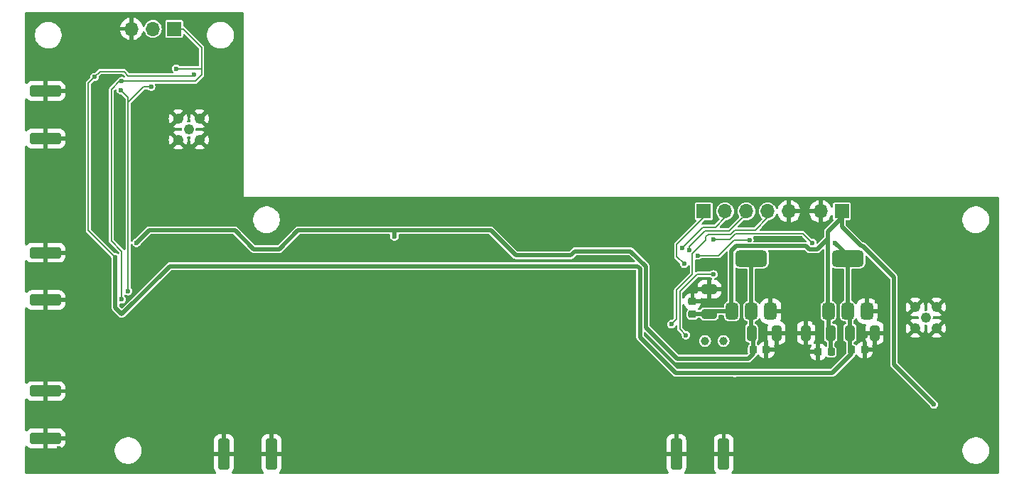
<source format=gbr>
%TF.GenerationSoftware,KiCad,Pcbnew,8.0.5*%
%TF.CreationDate,2024-12-20T11:35:35-05:00*%
%TF.ProjectId,mc3_afe,6d63335f-6166-4652-9e6b-696361645f70,rev?*%
%TF.SameCoordinates,Original*%
%TF.FileFunction,Copper,L4,Bot*%
%TF.FilePolarity,Positive*%
%FSLAX46Y46*%
G04 Gerber Fmt 4.6, Leading zero omitted, Abs format (unit mm)*
G04 Created by KiCad (PCBNEW 8.0.5) date 2024-12-20 11:35:35*
%MOMM*%
%LPD*%
G01*
G04 APERTURE LIST*
G04 Aperture macros list*
%AMRoundRect*
0 Rectangle with rounded corners*
0 $1 Rounding radius*
0 $2 $3 $4 $5 $6 $7 $8 $9 X,Y pos of 4 corners*
0 Add a 4 corners polygon primitive as box body*
4,1,4,$2,$3,$4,$5,$6,$7,$8,$9,$2,$3,0*
0 Add four circle primitives for the rounded corners*
1,1,$1+$1,$2,$3*
1,1,$1+$1,$4,$5*
1,1,$1+$1,$6,$7*
1,1,$1+$1,$8,$9*
0 Add four rect primitives between the rounded corners*
20,1,$1+$1,$2,$3,$4,$5,0*
20,1,$1+$1,$4,$5,$6,$7,0*
20,1,$1+$1,$6,$7,$8,$9,0*
20,1,$1+$1,$8,$9,$2,$3,0*%
G04 Aperture macros list end*
%TA.AperFunction,ComponentPad*%
%ADD10C,1.240000*%
%TD*%
%TA.AperFunction,SMDPad,CuDef*%
%ADD11RoundRect,0.250000X-0.425000X-1.600000X0.425000X-1.600000X0.425000X1.600000X-0.425000X1.600000X0*%
%TD*%
%TA.AperFunction,SMDPad,CuDef*%
%ADD12RoundRect,0.250000X-1.600000X0.425000X-1.600000X-0.425000X1.600000X-0.425000X1.600000X0.425000X0*%
%TD*%
%TA.AperFunction,ComponentPad*%
%ADD13C,1.000000*%
%TD*%
%TA.AperFunction,ComponentPad*%
%ADD14C,1.016000*%
%TD*%
%TA.AperFunction,ComponentPad*%
%ADD15R,1.700000X1.700000*%
%TD*%
%TA.AperFunction,ComponentPad*%
%ADD16O,1.700000X1.700000*%
%TD*%
%TA.AperFunction,SMDPad,CuDef*%
%ADD17RoundRect,0.250000X0.325000X0.650000X-0.325000X0.650000X-0.325000X-0.650000X0.325000X-0.650000X0*%
%TD*%
%TA.AperFunction,SMDPad,CuDef*%
%ADD18RoundRect,0.225000X-0.250000X0.225000X-0.250000X-0.225000X0.250000X-0.225000X0.250000X0.225000X0*%
%TD*%
%TA.AperFunction,SMDPad,CuDef*%
%ADD19RoundRect,0.250000X-0.325000X-0.650000X0.325000X-0.650000X0.325000X0.650000X-0.325000X0.650000X0*%
%TD*%
%TA.AperFunction,SMDPad,CuDef*%
%ADD20RoundRect,0.225000X-0.225000X-0.250000X0.225000X-0.250000X0.225000X0.250000X-0.225000X0.250000X0*%
%TD*%
%TA.AperFunction,SMDPad,CuDef*%
%ADD21RoundRect,0.225000X0.225000X0.250000X-0.225000X0.250000X-0.225000X-0.250000X0.225000X-0.250000X0*%
%TD*%
%TA.AperFunction,SMDPad,CuDef*%
%ADD22RoundRect,0.375000X0.375000X-0.625000X0.375000X0.625000X-0.375000X0.625000X-0.375000X-0.625000X0*%
%TD*%
%TA.AperFunction,SMDPad,CuDef*%
%ADD23RoundRect,0.500000X1.400000X-0.500000X1.400000X0.500000X-1.400000X0.500000X-1.400000X-0.500000X0*%
%TD*%
%TA.AperFunction,SMDPad,CuDef*%
%ADD24RoundRect,0.250000X0.650000X-0.325000X0.650000X0.325000X-0.650000X0.325000X-0.650000X-0.325000X0*%
%TD*%
%TA.AperFunction,ViaPad*%
%ADD25C,0.600000*%
%TD*%
%TA.AperFunction,Conductor*%
%ADD26C,0.200000*%
%TD*%
%TA.AperFunction,Conductor*%
%ADD27C,0.500000*%
%TD*%
G04 APERTURE END LIST*
D10*
%TO.P,J5,1,In*%
%TO.N,Net-(J5-In)*%
X173300000Y-94430000D03*
%TO.P,J5,2,Ext*%
%TO.N,GND*%
X172030000Y-93160000D03*
X172030000Y-95700000D03*
X174570000Y-93160000D03*
X174570000Y-95700000D03*
%TD*%
D11*
%TO.P,J7,2,Ext*%
%TO.N,GND*%
X149225000Y-110650000D03*
X143575000Y-110650000D03*
%TD*%
D12*
%TO.P,J3,2,Ext*%
%TO.N,GND*%
X68412500Y-108825000D03*
X68412500Y-103175000D03*
%TD*%
D13*
%TO.P,TP2,1,1*%
%TO.N,Net-(U4-PUP2)*%
X149200000Y-97200000D03*
%TD*%
D10*
%TO.P,J2,1,In*%
%TO.N,Net-(J2-In)*%
X85480000Y-71980000D03*
%TO.P,J2,2,Ext*%
%TO.N,GND*%
X84210000Y-70710000D03*
X84210000Y-73250000D03*
X86750000Y-70710000D03*
X86750000Y-73250000D03*
%TD*%
D12*
%TO.P,J1,2,Ext*%
%TO.N,GND*%
X68412500Y-73075000D03*
X68412500Y-67425000D03*
%TD*%
D14*
%TO.P,U7,2,GND*%
%TO.N,GND*%
X137985000Y-89298000D03*
X137985000Y-90822000D03*
%TO.P,U7,3,GND*%
X125285000Y-94378000D03*
X125285000Y-95902000D03*
%TO.P,U7,4,GND*%
X137985000Y-94378000D03*
X137985000Y-95902000D03*
%TO.P,U7,5,GND*%
X125285000Y-99458000D03*
X125285000Y-100982000D03*
%TO.P,U7,6,GND*%
X137985000Y-99458000D03*
X137985000Y-100982000D03*
%TO.P,U7,7,GND*%
X125285000Y-104538000D03*
X125285000Y-106062000D03*
X131000000Y-90060000D03*
X131000000Y-92600000D03*
X131000000Y-95140000D03*
X131000000Y-97680000D03*
X131000000Y-100220000D03*
X131000000Y-102760000D03*
X131000000Y-105300000D03*
X132270000Y-90060000D03*
X132270000Y-92600000D03*
X132270000Y-95140000D03*
X132270000Y-97680000D03*
X132270000Y-100220000D03*
X132270000Y-102760000D03*
X132270000Y-105300000D03*
%TD*%
D11*
%TO.P,J6,2,Ext*%
%TO.N,GND*%
X95325000Y-110650000D03*
X89675000Y-110650000D03*
%TD*%
D14*
%TO.P,U2,2,GND*%
%TO.N,GND*%
X110985000Y-89738000D03*
X110985000Y-91262000D03*
%TO.P,U2,3,GND*%
X98285000Y-94818000D03*
X98285000Y-96342000D03*
%TO.P,U2,4,GND*%
X110985000Y-94818000D03*
X110985000Y-96342000D03*
%TO.P,U2,5,GND*%
X98285000Y-99898000D03*
X98285000Y-101422000D03*
%TO.P,U2,6,GND*%
X110985000Y-99898000D03*
X110985000Y-101422000D03*
%TO.P,U2,7,GND*%
X98285000Y-104978000D03*
X98285000Y-106502000D03*
X104000000Y-90500000D03*
X104000000Y-93040000D03*
X104000000Y-95580000D03*
X104000000Y-98120000D03*
X104000000Y-100660000D03*
X104000000Y-103200000D03*
X104000000Y-105740000D03*
X105270000Y-90500000D03*
X105270000Y-93040000D03*
X105270000Y-95580000D03*
X105270000Y-98120000D03*
X105270000Y-100660000D03*
X105270000Y-103200000D03*
X105270000Y-105740000D03*
%TD*%
D15*
%TO.P,J9,1,Pin_1*%
%TO.N,Net-(J9-Pin_1)*%
X146840000Y-81750000D03*
D16*
%TO.P,J9,2,Pin_2*%
%TO.N,Net-(J9-Pin_2)*%
X149380000Y-81750000D03*
%TO.P,J9,3,Pin_3*%
%TO.N,Net-(J9-Pin_3)*%
X151920000Y-81750000D03*
%TO.P,J9,4,Pin_4*%
%TO.N,Net-(J9-Pin_4)*%
X154460000Y-81750000D03*
%TO.P,J9,5,Pin_5*%
%TO.N,GND*%
X157000000Y-81750000D03*
%TD*%
D15*
%TO.P,J10,1,Pin_1*%
%TO.N,+12V*%
X163290000Y-81750000D03*
D16*
%TO.P,J10,2,Pin_2*%
%TO.N,GND*%
X160750000Y-81750000D03*
%TD*%
D15*
%TO.P,J8,1,Pin_1*%
%TO.N,/SW1*%
X83750000Y-60000000D03*
D16*
%TO.P,J8,2,Pin_2*%
%TO.N,/SW2*%
X81210000Y-60000000D03*
%TO.P,J8,3,Pin_3*%
%TO.N,GND*%
X78670000Y-60000000D03*
%TD*%
D13*
%TO.P,TP1,1,1*%
%TO.N,Net-(U4-PUP1)*%
X147000000Y-97200000D03*
%TD*%
D12*
%TO.P,J4,2,Ext*%
%TO.N,GND*%
X68412500Y-92325000D03*
X68412500Y-86675000D03*
%TD*%
D17*
%TO.P,C13,1*%
%TO.N,+12V*%
X161975000Y-96250000D03*
%TO.P,C13,2*%
%TO.N,GND*%
X159025000Y-96250000D03*
%TD*%
D18*
%TO.P,C18,1*%
%TO.N,GND*%
X145500000Y-92475000D03*
%TO.P,C18,2*%
%TO.N,+12V*%
X145500000Y-94025000D03*
%TD*%
D19*
%TO.P,C20,1*%
%TO.N,+5V*%
X152550000Y-96250000D03*
%TO.P,C20,2*%
%TO.N,GND*%
X155500000Y-96250000D03*
%TD*%
D20*
%TO.P,C15,1*%
%TO.N,GND*%
X160475000Y-98500000D03*
%TO.P,C15,2*%
%TO.N,+12V*%
X162025000Y-98500000D03*
%TD*%
D21*
%TO.P,C19,1*%
%TO.N,GND*%
X154300000Y-98250000D03*
%TO.P,C19,2*%
%TO.N,+5V*%
X152750000Y-98250000D03*
%TD*%
D22*
%TO.P,U13,1,GND*%
%TO.N,GND*%
X154800000Y-93650000D03*
%TO.P,U13,2,VO*%
%TO.N,+5V*%
X152500000Y-93650000D03*
D23*
X152500000Y-87350000D03*
D22*
%TO.P,U13,3,VI*%
%TO.N,+12V*%
X150200000Y-93650000D03*
%TD*%
D19*
%TO.P,C14,1*%
%TO.N,+3V0*%
X164250000Y-96250000D03*
%TO.P,C14,2*%
%TO.N,GND*%
X167200000Y-96250000D03*
%TD*%
D24*
%TO.P,C17,1*%
%TO.N,+12V*%
X147500000Y-93975000D03*
%TO.P,C17,2*%
%TO.N,GND*%
X147500000Y-91025000D03*
%TD*%
D22*
%TO.P,U9,1,GND*%
%TO.N,GND*%
X166300000Y-93650000D03*
%TO.P,U9,2,VO*%
%TO.N,+3V0*%
X164000000Y-93650000D03*
D23*
X164000000Y-87350000D03*
D22*
%TO.P,U9,3,VI*%
%TO.N,+12V*%
X161700000Y-93650000D03*
%TD*%
D21*
%TO.P,C16,1*%
%TO.N,GND*%
X166000000Y-98250000D03*
%TO.P,C16,2*%
%TO.N,+3V0*%
X164450000Y-98250000D03*
%TD*%
D25*
%TO.N,GND*%
X85000000Y-110000000D03*
X72500000Y-62500000D03*
X102500000Y-112500000D03*
X77500000Y-102500000D03*
X97115686Y-82884314D03*
X147500000Y-102500000D03*
X122000000Y-89800000D03*
X160000000Y-110000000D03*
X117500000Y-97500000D03*
X137500000Y-82500000D03*
X77500000Y-82500000D03*
X90000000Y-95000000D03*
X107500000Y-112500000D03*
X80600000Y-92500000D03*
X75000000Y-110000000D03*
X87500000Y-77500000D03*
X142500000Y-107500000D03*
X112500000Y-112500000D03*
X155000000Y-90000000D03*
X153900000Y-99800000D03*
X113900000Y-103700000D03*
X112500000Y-100000000D03*
X158800000Y-93500000D03*
X157300000Y-95500000D03*
X167500000Y-92500000D03*
X87500000Y-112500000D03*
X72600000Y-96500000D03*
X164900000Y-100000000D03*
X75950000Y-92634323D03*
X155400000Y-102100000D03*
X168600000Y-97700000D03*
X130000000Y-110000000D03*
X120000000Y-110000000D03*
X75000000Y-100000000D03*
X150500000Y-95500000D03*
X87500000Y-67500000D03*
X154000000Y-95800000D03*
X140000000Y-85000000D03*
X142200000Y-104400000D03*
X163200000Y-95100000D03*
X90000000Y-80000000D03*
X82500000Y-107500000D03*
X177500000Y-112500000D03*
X137500000Y-112500000D03*
X110000000Y-110000000D03*
X122500000Y-87500000D03*
X92143291Y-82251908D03*
X167500000Y-82500000D03*
X85000000Y-80000000D03*
X132500000Y-82500000D03*
X166684314Y-88315686D03*
X70000000Y-80000000D03*
X90000000Y-105000000D03*
X170800000Y-91400000D03*
X85000000Y-105000000D03*
X122200000Y-93400000D03*
X77500000Y-107500000D03*
X177500000Y-102500000D03*
X163000000Y-97500000D03*
X100000000Y-110000000D03*
X177500000Y-97500000D03*
X160000000Y-105000000D03*
X127500000Y-112500000D03*
X82500000Y-82500000D03*
X90000000Y-70000000D03*
X72500000Y-102500000D03*
X120000000Y-105000000D03*
X77500000Y-77500000D03*
X102500000Y-87500000D03*
X135000000Y-85000000D03*
X82500000Y-112500000D03*
X72500000Y-97500000D03*
X120000000Y-95000000D03*
X147500000Y-107500000D03*
X117500000Y-82500000D03*
X160000000Y-90000000D03*
X90000000Y-65000000D03*
X79500000Y-93700000D03*
X72500000Y-77500000D03*
X115000000Y-110000000D03*
X87500000Y-107500000D03*
X127500000Y-82500000D03*
X87500000Y-82500000D03*
X139500000Y-100000000D03*
X170000000Y-85000000D03*
X143000000Y-89000000D03*
X92500000Y-97500000D03*
X122500000Y-82500000D03*
X157500000Y-107500000D03*
X150000000Y-105000000D03*
X92500000Y-92500000D03*
X180000000Y-90000000D03*
X168700000Y-95600000D03*
X80000000Y-65000000D03*
X175000000Y-90000000D03*
X70000000Y-85000000D03*
X122500000Y-102500000D03*
X170700000Y-97900000D03*
X74000000Y-92500000D03*
X82500000Y-77500000D03*
X151200000Y-97500000D03*
X166100000Y-96600000D03*
X104785689Y-85550000D03*
X117500000Y-107500000D03*
X180000000Y-95000000D03*
X102334314Y-82665686D03*
X77500000Y-112500000D03*
X105000000Y-110000000D03*
X94828830Y-85402534D03*
X151100000Y-90900000D03*
X167500000Y-107500000D03*
X85000000Y-100000000D03*
X141000000Y-90500000D03*
X135000000Y-110000000D03*
X80000000Y-75000000D03*
X132500000Y-112500000D03*
X112500000Y-95000000D03*
X155000000Y-105000000D03*
X180000000Y-100000000D03*
X80000000Y-70000000D03*
X90000000Y-100000000D03*
X162500000Y-107500000D03*
X122500000Y-112500000D03*
X82392165Y-67743135D03*
X82500000Y-97500000D03*
X142500000Y-92500000D03*
X159200000Y-98600000D03*
X70000000Y-95000000D03*
X162500000Y-112500000D03*
X157500000Y-87500000D03*
X157500000Y-102500000D03*
X140000000Y-110000000D03*
X175000000Y-110000000D03*
X180000000Y-105000000D03*
X72500000Y-112500000D03*
X177500000Y-92500000D03*
X155000000Y-110000000D03*
X75000000Y-80000000D03*
X67500000Y-77500000D03*
X87500000Y-97500000D03*
X73700000Y-98100000D03*
X160000000Y-95000000D03*
X82500000Y-102500000D03*
X168600000Y-93500000D03*
X75000000Y-75000000D03*
X155000000Y-85000000D03*
X145000000Y-105000000D03*
X142500000Y-82500000D03*
X72500000Y-82500000D03*
X122500000Y-107500000D03*
X70000000Y-100000000D03*
X85000000Y-75000000D03*
X142500000Y-96500000D03*
X90000000Y-75000000D03*
X67500000Y-82500000D03*
X73200000Y-93400000D03*
X152500000Y-112500000D03*
X165000000Y-110000000D03*
X157500000Y-92500000D03*
X125000000Y-110000000D03*
X141700000Y-100800000D03*
X67500000Y-62500000D03*
X175000000Y-100000000D03*
X130000000Y-85000000D03*
X167500000Y-112500000D03*
X177500000Y-87500000D03*
X141000000Y-93500000D03*
X132500000Y-87500000D03*
X82500000Y-62500000D03*
X152500000Y-102500000D03*
X144900000Y-91400000D03*
X153250000Y-85100000D03*
X180000000Y-85000000D03*
X87500000Y-102500000D03*
X172500000Y-112500000D03*
X77500000Y-62500000D03*
X172500000Y-97500000D03*
X157500000Y-112500000D03*
X165000000Y-90000000D03*
X80000000Y-100000000D03*
X175000000Y-85000000D03*
X67500000Y-112500000D03*
X157900000Y-89900000D03*
X122500000Y-97500000D03*
X172500000Y-87500000D03*
X107615686Y-82284314D03*
X112500000Y-97500000D03*
X70000000Y-110000000D03*
X100000000Y-85550000D03*
X80000000Y-105000000D03*
X177500000Y-107500000D03*
X72500000Y-87500000D03*
X159600000Y-102100000D03*
X72500000Y-107500000D03*
X170000000Y-110000000D03*
X79700000Y-97300000D03*
X172500000Y-82500000D03*
X67500000Y-97500000D03*
X70000000Y-65000000D03*
X80000000Y-80000000D03*
X78800000Y-98000000D03*
X152500000Y-107500000D03*
X117500000Y-112500000D03*
X75000000Y-60000000D03*
X120000000Y-100000000D03*
X112500000Y-82500000D03*
X75000000Y-105000000D03*
X146653809Y-87640921D03*
X117500000Y-102500000D03*
X125000000Y-85000000D03*
X92500000Y-87500000D03*
X143400000Y-90100000D03*
X70000000Y-75000000D03*
%TO.N,+5V*%
X79250000Y-85500000D03*
X110000000Y-84750000D03*
%TO.N,+3V0*%
X162500000Y-85500000D03*
X148000000Y-85080761D03*
X159750000Y-85500000D03*
X150500000Y-101000000D03*
X86080760Y-65500000D03*
X144725013Y-96500013D03*
X74250000Y-65750000D03*
X76750000Y-87250000D03*
X148000000Y-89250000D03*
%TO.N,+12V*%
X174250000Y-104750000D03*
%TO.N,/SW2*%
X81000000Y-66900000D03*
X77388682Y-67310883D03*
X78250000Y-91250000D03*
%TO.N,/SW1*%
X77500000Y-92250000D03*
X84000005Y-64750005D03*
X77500000Y-66249999D03*
%TO.N,Net-(J9-Pin_3)*%
X145093689Y-86343689D03*
%TO.N,Net-(J9-Pin_4)*%
X143000000Y-95200000D03*
%TO.N,Net-(J9-Pin_1)*%
X144500000Y-88000000D03*
%TO.N,Net-(J9-Pin_2)*%
X144268846Y-86138411D03*
%TO.N,Net-(U11-QE)*%
X146128753Y-87011627D03*
X152290691Y-85150000D03*
%TD*%
D26*
%TO.N,GND*%
X146653809Y-87492931D02*
X146653809Y-87640921D01*
D27*
%TO.N,+5V*%
X139950000Y-88316618D02*
X139950000Y-95560661D01*
X131500000Y-86500000D02*
X138133382Y-86500000D01*
X138133382Y-86500000D02*
X139950000Y-88316618D01*
X152750000Y-98725000D02*
X152750000Y-98250000D01*
X143689339Y-99300000D02*
X152175000Y-99300000D01*
X93250000Y-86250000D02*
X91000000Y-84000000D01*
X124500000Y-87000000D02*
X131000000Y-87000000D01*
X80750000Y-84000000D02*
X79250000Y-85500000D01*
X152750000Y-96450000D02*
X152550000Y-96250000D01*
X152175000Y-99300000D02*
X152750000Y-98725000D01*
X110000000Y-84000000D02*
X121500000Y-84000000D01*
X110000000Y-84000000D02*
X110000000Y-84750000D01*
X121500000Y-84000000D02*
X124500000Y-87000000D01*
X139950000Y-95560661D02*
X143689339Y-99300000D01*
X152750000Y-98250000D02*
X152750000Y-96450000D01*
X110000000Y-84000000D02*
X98500000Y-84000000D01*
X152500000Y-93650000D02*
X152500000Y-96200000D01*
X152500000Y-93650000D02*
X152500000Y-87350000D01*
X91000000Y-84000000D02*
X80750000Y-84000000D01*
X131000000Y-87000000D02*
X131500000Y-86500000D01*
X152500000Y-96200000D02*
X152550000Y-96250000D01*
X98500000Y-84000000D02*
X96250000Y-86250000D01*
X96250000Y-86250000D02*
X93250000Y-86250000D01*
D26*
%TO.N,+3V0*%
X73500000Y-66500000D02*
X74250000Y-65750000D01*
D27*
X164250000Y-96250000D02*
X164250000Y-98050000D01*
D26*
X85980760Y-65600000D02*
X86080760Y-65500000D01*
D27*
X77500000Y-94000000D02*
X83221251Y-88278749D01*
X83221251Y-88278749D02*
X138922182Y-88278749D01*
D26*
X74250000Y-65750000D02*
X74900000Y-65100000D01*
D27*
X164250000Y-93900000D02*
X164000000Y-93650000D01*
D26*
X77769239Y-65100000D02*
X78269239Y-65600000D01*
X158650000Y-84400000D02*
X159750000Y-85500000D01*
D27*
X143500000Y-101000000D02*
X150500000Y-101000000D01*
D26*
X76750000Y-87250000D02*
X73500000Y-84000000D01*
D27*
X76750000Y-87250000D02*
X76750000Y-93250000D01*
X162175000Y-101000000D02*
X150500000Y-101000000D01*
X164000000Y-93650000D02*
X164000000Y-87350000D01*
D26*
X144000000Y-95775000D02*
X144725013Y-96500013D01*
X149984925Y-85080761D02*
X150665686Y-84400000D01*
D27*
X164250000Y-96250000D02*
X164250000Y-93900000D01*
D26*
X148000000Y-85080761D02*
X149984925Y-85080761D01*
X146050000Y-89250000D02*
X144000000Y-91300000D01*
D27*
X164250000Y-98050000D02*
X164450000Y-98250000D01*
X139250000Y-88606567D02*
X139250000Y-96750000D01*
D26*
X74900000Y-65100000D02*
X77769239Y-65100000D01*
X78269239Y-65600000D02*
X85980760Y-65600000D01*
D27*
X164000000Y-87000000D02*
X162500000Y-85500000D01*
X164000000Y-87350000D02*
X164000000Y-87000000D01*
X164450000Y-98250000D02*
X164450000Y-98725000D01*
X138922182Y-88278749D02*
X139250000Y-88606567D01*
D26*
X150665686Y-84400000D02*
X158650000Y-84400000D01*
X144000000Y-91300000D02*
X144000000Y-95775000D01*
D27*
X139250000Y-96750000D02*
X143500000Y-101000000D01*
D26*
X73500000Y-84000000D02*
X73500000Y-66500000D01*
X148000000Y-89250000D02*
X146050000Y-89250000D01*
D27*
X164450000Y-98725000D02*
X162175000Y-101000000D01*
X76750000Y-93250000D02*
X77500000Y-94000000D01*
%TO.N,+12V*%
X161650000Y-85000000D02*
X161650000Y-84140000D01*
X145550000Y-93975000D02*
X145500000Y-94025000D01*
X150699226Y-85900000D02*
X150150000Y-86449226D01*
X159418629Y-86300000D02*
X159018629Y-85900000D01*
X161650000Y-84140000D02*
X162020000Y-83770000D01*
X169500000Y-100000000D02*
X174250000Y-104750000D01*
X147500000Y-93975000D02*
X145550000Y-93975000D01*
X163290000Y-82500000D02*
X163290000Y-83540000D01*
X160350000Y-86300000D02*
X159418629Y-86300000D01*
X161700000Y-93650000D02*
X161650000Y-93600000D01*
X161700000Y-95975000D02*
X161975000Y-96250000D01*
X150150000Y-86449226D02*
X150150000Y-93600000D01*
X163290000Y-83540000D02*
X165650000Y-85900000D01*
X161650000Y-85000000D02*
X160350000Y-86300000D01*
X161650000Y-93600000D02*
X161650000Y-85000000D01*
X161975000Y-98450000D02*
X162025000Y-98500000D01*
X150150000Y-93600000D02*
X150200000Y-93650000D01*
X161700000Y-93650000D02*
X161700000Y-95975000D01*
X169500000Y-89599226D02*
X169500000Y-100000000D01*
X162020000Y-83770000D02*
X163290000Y-82500000D01*
X165650000Y-85900000D02*
X165800774Y-85900000D01*
X159018629Y-85900000D02*
X150699226Y-85900000D01*
X150200000Y-93650000D02*
X147825000Y-93650000D01*
X165800774Y-85900000D02*
X169500000Y-89599226D01*
X147825000Y-93650000D02*
X147500000Y-93975000D01*
X161975000Y-96250000D02*
X161975000Y-98450000D01*
D26*
%TO.N,/SW2*%
X78250000Y-68750000D02*
X80100002Y-66899998D01*
X80999998Y-66899998D02*
X81000000Y-66900000D01*
X78250000Y-68750000D02*
X78250000Y-68172201D01*
X78250000Y-91250000D02*
X78250000Y-68750000D01*
X80100002Y-66899998D02*
X80999998Y-66899998D01*
X78250000Y-68172201D02*
X77388682Y-67310883D01*
%TO.N,/SW1*%
X87000000Y-65500000D02*
X86250001Y-66249999D01*
X87000000Y-62200000D02*
X87000000Y-64750000D01*
X77250001Y-66249999D02*
X76250000Y-67250000D01*
X87000000Y-64750000D02*
X84000010Y-64750000D01*
X84800000Y-60000000D02*
X87000000Y-62200000D01*
X76250000Y-85250000D02*
X77500000Y-86500000D01*
X77500000Y-86500000D02*
X77500000Y-92250000D01*
X76250000Y-67250000D02*
X76250000Y-85250000D01*
X83750000Y-60000000D02*
X84800000Y-60000000D01*
X87000000Y-64750000D02*
X87000000Y-65500000D01*
X86250001Y-66249999D02*
X77250001Y-66249999D01*
X84000010Y-64750000D02*
X84000005Y-64750005D01*
%TO.N,Net-(J9-Pin_3)*%
X151434314Y-82500000D02*
X149884314Y-84050000D01*
X145093689Y-85921386D02*
X145093689Y-86343689D01*
X146965075Y-84050000D02*
X145093689Y-85921386D01*
X151920000Y-82500000D02*
X151434314Y-82500000D01*
X149884314Y-84050000D02*
X146965075Y-84050000D01*
%TO.N,Net-(J9-Pin_4)*%
X147369239Y-84480761D02*
X150019239Y-84480761D01*
X147100000Y-85185908D02*
X147100000Y-84750000D01*
X150019239Y-84480761D02*
X150500000Y-84000000D01*
X152960000Y-84000000D02*
X154460000Y-82500000D01*
X143600000Y-94600000D02*
X143600000Y-91134314D01*
X150500000Y-84000000D02*
X152960000Y-84000000D01*
X143600000Y-91134314D02*
X145500000Y-89234314D01*
X143000000Y-95200000D02*
X143600000Y-94600000D01*
X145500000Y-89234314D02*
X145500000Y-86785908D01*
X147100000Y-84750000D02*
X147369239Y-84480761D01*
X145500000Y-86785908D02*
X147100000Y-85185908D01*
%TO.N,Net-(J9-Pin_1)*%
X146840000Y-82500000D02*
X143618846Y-85721154D01*
X143618846Y-85721154D02*
X143618846Y-87118846D01*
X143618846Y-87118846D02*
X144500000Y-88000000D01*
%TO.N,Net-(J9-Pin_2)*%
X148230000Y-83650000D02*
X146757257Y-83650000D01*
X149380000Y-82500000D02*
X148230000Y-83650000D01*
X146757257Y-83650000D02*
X144268846Y-86138411D01*
%TO.N,Net-(U11-QE)*%
X150481372Y-85150000D02*
X148619745Y-87011627D01*
X148619745Y-87011627D02*
X146128753Y-87011627D01*
X152290691Y-85150000D02*
X150481372Y-85150000D01*
%TD*%
%TA.AperFunction,Conductor*%
%TO.N,GND*%
G36*
X161118834Y-86270783D02*
G01*
X161174767Y-86312655D01*
X161199184Y-86378119D01*
X161199500Y-86386965D01*
X161199500Y-92371212D01*
X161179815Y-92438251D01*
X161127011Y-92484006D01*
X161122954Y-92485773D01*
X161034769Y-92522301D01*
X161034767Y-92522302D01*
X160914549Y-92614549D01*
X160844902Y-92705315D01*
X160822300Y-92734770D01*
X160764313Y-92874763D01*
X160764313Y-92874764D01*
X160749500Y-92987272D01*
X160749500Y-94312727D01*
X160764313Y-94425235D01*
X160764313Y-94425236D01*
X160819990Y-94559653D01*
X160822302Y-94565233D01*
X160914549Y-94685451D01*
X161034767Y-94777698D01*
X161034770Y-94777699D01*
X161034771Y-94777700D01*
X161060251Y-94788254D01*
X161172953Y-94834936D01*
X161227356Y-94878776D01*
X161249421Y-94945071D01*
X161249500Y-94949497D01*
X161249500Y-95359495D01*
X161242542Y-95400449D01*
X161202353Y-95515302D01*
X161199500Y-95545730D01*
X161199500Y-96954269D01*
X161202353Y-96984699D01*
X161202353Y-96984701D01*
X161247206Y-97112880D01*
X161247207Y-97112882D01*
X161327850Y-97222150D01*
X161437117Y-97302792D01*
X161437118Y-97302793D01*
X161437121Y-97302794D01*
X161441452Y-97304310D01*
X161498229Y-97345030D01*
X161523978Y-97409982D01*
X161524500Y-97421352D01*
X161524500Y-97768468D01*
X161504815Y-97835507D01*
X161452011Y-97881262D01*
X161382853Y-97891206D01*
X161319297Y-97862181D01*
X161294962Y-97833565D01*
X161272575Y-97797271D01*
X161272572Y-97797267D01*
X161152732Y-97677427D01*
X161152728Y-97677424D01*
X161008492Y-97588457D01*
X161008481Y-97588452D01*
X160847606Y-97535144D01*
X160748322Y-97525000D01*
X160725000Y-97525000D01*
X160725000Y-99474999D01*
X160748308Y-99474999D01*
X160748322Y-99474998D01*
X160847607Y-99464855D01*
X161008481Y-99411547D01*
X161008492Y-99411542D01*
X161152728Y-99322575D01*
X161152732Y-99322572D01*
X161272573Y-99202731D01*
X161334606Y-99102160D01*
X161386554Y-99055435D01*
X161455516Y-99044212D01*
X161519599Y-99072056D01*
X161527826Y-99079575D01*
X161546774Y-99098523D01*
X161546778Y-99098526D01*
X161546780Y-99098528D01*
X161666874Y-99159719D01*
X161666876Y-99159719D01*
X161666878Y-99159720D01*
X161766507Y-99175500D01*
X161766512Y-99175500D01*
X162283493Y-99175500D01*
X162383121Y-99159720D01*
X162383121Y-99159719D01*
X162383126Y-99159719D01*
X162503220Y-99098528D01*
X162598528Y-99003220D01*
X162659719Y-98883126D01*
X162664442Y-98853306D01*
X162675500Y-98783493D01*
X162675500Y-98216506D01*
X162659720Y-98116878D01*
X162659719Y-98116876D01*
X162659719Y-98116874D01*
X162598528Y-97996780D01*
X162598526Y-97996778D01*
X162598523Y-97996774D01*
X162503221Y-97901472D01*
X162493204Y-97896368D01*
X162442408Y-97848393D01*
X162425500Y-97785884D01*
X162425500Y-97421352D01*
X162445185Y-97354313D01*
X162497989Y-97308558D01*
X162508548Y-97304310D01*
X162510915Y-97303481D01*
X162512882Y-97302793D01*
X162622150Y-97222150D01*
X162702793Y-97112882D01*
X162732979Y-97026616D01*
X162747646Y-96984701D01*
X162747646Y-96984699D01*
X162750500Y-96954269D01*
X162750500Y-95545730D01*
X162747646Y-95515300D01*
X162747646Y-95515298D01*
X162709591Y-95406547D01*
X162702793Y-95387118D01*
X162622150Y-95277850D01*
X162512882Y-95197207D01*
X162512880Y-95197206D01*
X162384700Y-95152353D01*
X162354270Y-95149500D01*
X162354266Y-95149500D01*
X162274500Y-95149500D01*
X162207461Y-95129815D01*
X162161706Y-95077011D01*
X162150500Y-95025500D01*
X162150500Y-94949497D01*
X162170185Y-94882458D01*
X162222989Y-94836703D01*
X162227027Y-94834945D01*
X162365228Y-94777700D01*
X162365229Y-94777700D01*
X162365229Y-94777699D01*
X162365233Y-94777698D01*
X162485451Y-94685451D01*
X162577698Y-94565233D01*
X162635687Y-94425236D01*
X162650500Y-94312720D01*
X162650500Y-92987280D01*
X162635687Y-92874764D01*
X162577698Y-92734767D01*
X162485451Y-92614549D01*
X162365233Y-92522302D01*
X162365229Y-92522300D01*
X162301801Y-92496027D01*
X162225236Y-92464313D01*
X162208313Y-92462085D01*
X162144416Y-92433817D01*
X162105946Y-92375492D01*
X162100500Y-92339146D01*
X162100500Y-88586449D01*
X162120185Y-88519410D01*
X162172989Y-88473655D01*
X162242147Y-88463711D01*
X162288650Y-88480333D01*
X162310394Y-88493478D01*
X162472804Y-88544086D01*
X162543384Y-88550500D01*
X163425500Y-88550500D01*
X163492539Y-88570185D01*
X163538294Y-88622989D01*
X163549500Y-88674500D01*
X163549500Y-92350502D01*
X163529815Y-92417541D01*
X163477011Y-92463296D01*
X163472953Y-92465063D01*
X163334770Y-92522300D01*
X163334767Y-92522301D01*
X163334767Y-92522302D01*
X163214549Y-92614549D01*
X163144902Y-92705315D01*
X163122300Y-92734770D01*
X163064313Y-92874763D01*
X163064313Y-92874764D01*
X163049500Y-92987272D01*
X163049500Y-94312727D01*
X163064313Y-94425235D01*
X163064313Y-94425236D01*
X163119990Y-94559653D01*
X163122302Y-94565233D01*
X163214549Y-94685451D01*
X163334767Y-94777698D01*
X163474764Y-94835687D01*
X163587280Y-94850500D01*
X163675500Y-94850500D01*
X163742539Y-94870185D01*
X163788294Y-94922989D01*
X163799500Y-94974500D01*
X163799500Y-95078648D01*
X163779815Y-95145687D01*
X163727011Y-95191442D01*
X163716463Y-95195686D01*
X163714393Y-95196410D01*
X163712117Y-95197207D01*
X163602850Y-95277850D01*
X163522207Y-95387117D01*
X163522206Y-95387119D01*
X163477353Y-95515298D01*
X163477353Y-95515300D01*
X163474500Y-95545730D01*
X163474500Y-96954269D01*
X163477353Y-96984699D01*
X163477353Y-96984701D01*
X163522206Y-97112880D01*
X163522207Y-97112882D01*
X163602850Y-97222150D01*
X163712117Y-97302792D01*
X163712118Y-97302793D01*
X163712121Y-97302794D01*
X163716452Y-97304310D01*
X163773229Y-97345030D01*
X163798978Y-97409982D01*
X163799500Y-97421352D01*
X163799500Y-98533493D01*
X163816807Y-98642765D01*
X163814167Y-98643183D01*
X163815740Y-98698241D01*
X163783495Y-98754399D01*
X162024716Y-100513181D01*
X161963393Y-100546666D01*
X161937035Y-100549500D01*
X150757727Y-100549500D01*
X150718995Y-100541073D01*
X150718563Y-100542545D01*
X150571963Y-100499500D01*
X150571961Y-100499500D01*
X150428039Y-100499500D01*
X150428036Y-100499500D01*
X150281437Y-100542545D01*
X150281004Y-100541073D01*
X150242273Y-100549500D01*
X143737966Y-100549500D01*
X143670927Y-100529815D01*
X143650285Y-100513181D01*
X139736819Y-96599715D01*
X139703334Y-96538392D01*
X139700500Y-96512034D01*
X139700500Y-96247626D01*
X139720185Y-96180587D01*
X139772989Y-96134832D01*
X139842147Y-96124888D01*
X139905703Y-96153913D01*
X139912181Y-96159945D01*
X143412725Y-99660489D01*
X143515452Y-99719799D01*
X143539660Y-99726284D01*
X143539663Y-99726286D01*
X143539664Y-99726286D01*
X143569786Y-99734357D01*
X143630030Y-99750500D01*
X143630032Y-99750500D01*
X152234308Y-99750500D01*
X152234309Y-99750500D01*
X152324673Y-99726286D01*
X152348887Y-99719799D01*
X152451614Y-99660489D01*
X153110490Y-99001614D01*
X153168278Y-98901520D01*
X153218844Y-98853306D01*
X153219064Y-98853192D01*
X153228220Y-98848528D01*
X153247174Y-98829573D01*
X153308493Y-98796090D01*
X153378184Y-98801073D01*
X153434119Y-98842944D01*
X153440391Y-98852158D01*
X153502426Y-98952731D01*
X153622267Y-99072572D01*
X153622271Y-99072575D01*
X153766507Y-99161542D01*
X153766518Y-99161547D01*
X153927393Y-99214855D01*
X154026683Y-99224999D01*
X154550000Y-99224999D01*
X154573308Y-99224999D01*
X154573322Y-99224998D01*
X154672607Y-99214855D01*
X154833481Y-99161547D01*
X154833492Y-99161542D01*
X154977728Y-99072575D01*
X154977732Y-99072572D01*
X155097572Y-98952732D01*
X155097575Y-98952728D01*
X155186542Y-98808492D01*
X155186547Y-98808481D01*
X155189913Y-98798322D01*
X159525001Y-98798322D01*
X159535144Y-98897607D01*
X159588452Y-99058481D01*
X159588457Y-99058492D01*
X159677424Y-99202728D01*
X159677427Y-99202732D01*
X159797267Y-99322572D01*
X159797271Y-99322575D01*
X159941507Y-99411542D01*
X159941518Y-99411547D01*
X160102393Y-99464855D01*
X160201683Y-99474999D01*
X160225000Y-99474998D01*
X160225000Y-98750000D01*
X159525001Y-98750000D01*
X159525001Y-98798322D01*
X155189913Y-98798322D01*
X155239855Y-98647606D01*
X155249999Y-98548322D01*
X155250000Y-98548309D01*
X155250000Y-98500000D01*
X154550000Y-98500000D01*
X154550000Y-99224999D01*
X154026683Y-99224999D01*
X154050000Y-99224998D01*
X154050000Y-97274999D01*
X154026693Y-97275000D01*
X154026674Y-97275001D01*
X153927392Y-97285144D01*
X153766518Y-97338452D01*
X153766507Y-97338457D01*
X153622271Y-97427424D01*
X153622267Y-97427427D01*
X153502426Y-97547268D01*
X153440391Y-97647841D01*
X153388442Y-97694565D01*
X153319479Y-97705786D01*
X153255398Y-97677942D01*
X153247168Y-97670420D01*
X153236815Y-97660066D01*
X153203333Y-97598741D01*
X153200500Y-97572389D01*
X153200500Y-97258413D01*
X153220185Y-97191374D01*
X153224730Y-97184779D01*
X153277793Y-97112882D01*
X153307979Y-97026616D01*
X153322646Y-96984701D01*
X153322646Y-96984699D01*
X153325500Y-96954269D01*
X153325500Y-96949986D01*
X154425001Y-96949986D01*
X154435494Y-97052697D01*
X154490642Y-97219123D01*
X154507874Y-97247059D01*
X154535378Y-97275077D01*
X154550000Y-97333494D01*
X154550000Y-98000000D01*
X155249999Y-98000000D01*
X155249999Y-97951692D01*
X155249998Y-97951677D01*
X155239855Y-97852392D01*
X155216064Y-97780594D01*
X155213662Y-97710766D01*
X155246090Y-97653908D01*
X155249999Y-97649999D01*
X155750000Y-97649999D01*
X155874972Y-97649999D01*
X155874986Y-97649998D01*
X155977697Y-97639505D01*
X156144119Y-97584358D01*
X156144124Y-97584356D01*
X156293345Y-97492315D01*
X156417315Y-97368345D01*
X156509356Y-97219124D01*
X156509358Y-97219119D01*
X156564505Y-97052697D01*
X156564506Y-97052690D01*
X156574999Y-96949986D01*
X157950001Y-96949986D01*
X157960494Y-97052697D01*
X158015641Y-97219119D01*
X158015643Y-97219124D01*
X158107684Y-97368345D01*
X158231654Y-97492315D01*
X158380875Y-97584356D01*
X158380880Y-97584358D01*
X158547302Y-97639505D01*
X158547309Y-97639506D01*
X158650019Y-97649999D01*
X158774999Y-97649999D01*
X159275000Y-97649999D01*
X159399972Y-97649999D01*
X159399986Y-97649998D01*
X159502699Y-97639505D01*
X159521222Y-97633367D01*
X159591050Y-97630962D01*
X159651093Y-97666691D01*
X159682288Y-97729211D01*
X159674730Y-97798670D01*
X159665769Y-97816168D01*
X159588454Y-97941513D01*
X159588452Y-97941518D01*
X159535144Y-98102393D01*
X159525000Y-98201677D01*
X159525000Y-98250000D01*
X160225000Y-98250000D01*
X160225000Y-97524999D01*
X160201693Y-97525000D01*
X160201674Y-97525001D01*
X160102391Y-97535144D01*
X160095269Y-97537504D01*
X160025441Y-97539902D01*
X159965401Y-97504168D01*
X159934211Y-97441646D01*
X159941775Y-97372187D01*
X159950733Y-97354699D01*
X160034353Y-97219130D01*
X160034358Y-97219119D01*
X160089505Y-97052697D01*
X160089506Y-97052690D01*
X160099999Y-96949986D01*
X160100000Y-96949973D01*
X160100000Y-96500000D01*
X159275000Y-96500000D01*
X159275000Y-97649999D01*
X158774999Y-97649999D01*
X158775000Y-97649998D01*
X158775000Y-96500000D01*
X157950001Y-96500000D01*
X157950001Y-96949986D01*
X156574999Y-96949986D01*
X156575000Y-96949973D01*
X156575000Y-96500000D01*
X155750000Y-96500000D01*
X155750000Y-97649999D01*
X155249999Y-97649999D01*
X155250000Y-97649998D01*
X155250000Y-96500000D01*
X154425001Y-96500000D01*
X154425001Y-96949986D01*
X153325500Y-96949986D01*
X153325500Y-95545730D01*
X153322646Y-95515300D01*
X153322646Y-95515298D01*
X153284591Y-95406547D01*
X153277793Y-95387118D01*
X153197150Y-95277850D01*
X153087882Y-95197207D01*
X153050499Y-95184126D01*
X153033544Y-95178193D01*
X152976768Y-95137471D01*
X152951022Y-95072518D01*
X152950500Y-95061152D01*
X152950500Y-94949497D01*
X152970185Y-94882458D01*
X153022989Y-94836703D01*
X153027027Y-94834945D01*
X153165228Y-94777700D01*
X153165229Y-94777700D01*
X153165229Y-94777699D01*
X153165233Y-94777698D01*
X153285451Y-94685451D01*
X153377698Y-94565233D01*
X153377700Y-94565229D01*
X153382645Y-94558785D01*
X153383776Y-94559653D01*
X153427980Y-94517496D01*
X153496586Y-94504266D01*
X153561453Y-94530228D01*
X153595899Y-94572611D01*
X153683392Y-94749025D01*
X153802632Y-94897366D01*
X153802633Y-94897367D01*
X153950974Y-95016607D01*
X153950977Y-95016609D01*
X154121476Y-95101168D01*
X154306175Y-95147102D01*
X154348903Y-95150000D01*
X154362291Y-95150000D01*
X154429330Y-95169685D01*
X154475085Y-95222489D01*
X154485029Y-95291647D01*
X154479997Y-95313004D01*
X154435494Y-95447302D01*
X154435493Y-95447309D01*
X154425000Y-95550013D01*
X154425000Y-96000000D01*
X156574999Y-96000000D01*
X156574999Y-95550028D01*
X156574998Y-95550013D01*
X157950000Y-95550013D01*
X157950000Y-96000000D01*
X158775000Y-96000000D01*
X159275000Y-96000000D01*
X160099999Y-96000000D01*
X160099999Y-95550028D01*
X160099998Y-95550013D01*
X160089505Y-95447302D01*
X160034358Y-95280880D01*
X160034356Y-95280875D01*
X159942315Y-95131654D01*
X159818345Y-95007684D01*
X159669124Y-94915643D01*
X159669119Y-94915641D01*
X159502697Y-94860494D01*
X159502690Y-94860493D01*
X159399986Y-94850000D01*
X159275000Y-94850000D01*
X159275000Y-96000000D01*
X158775000Y-96000000D01*
X158775000Y-94850000D01*
X158650027Y-94850000D01*
X158650012Y-94850001D01*
X158547302Y-94860494D01*
X158380880Y-94915641D01*
X158380875Y-94915643D01*
X158231654Y-95007684D01*
X158107684Y-95131654D01*
X158015643Y-95280875D01*
X158015641Y-95280880D01*
X157960494Y-95447302D01*
X157960493Y-95447309D01*
X157950000Y-95550013D01*
X156574998Y-95550013D01*
X156564505Y-95447302D01*
X156509358Y-95280880D01*
X156509356Y-95280875D01*
X156417315Y-95131654D01*
X156293345Y-95007684D01*
X156144124Y-94915643D01*
X156144119Y-94915641D01*
X156013263Y-94872280D01*
X155955818Y-94832507D01*
X155928995Y-94767992D01*
X155941179Y-94699479D01*
X156001169Y-94578521D01*
X156047102Y-94393824D01*
X156050000Y-94351096D01*
X156050000Y-93900000D01*
X154674000Y-93900000D01*
X154606961Y-93880315D01*
X154561206Y-93827511D01*
X154550000Y-93776000D01*
X154550000Y-93400000D01*
X155050000Y-93400000D01*
X156050000Y-93400000D01*
X156050000Y-92948903D01*
X156047102Y-92906175D01*
X156001168Y-92721476D01*
X155916609Y-92550977D01*
X155916607Y-92550974D01*
X155797367Y-92402633D01*
X155797366Y-92402632D01*
X155649025Y-92283392D01*
X155649022Y-92283390D01*
X155478523Y-92198831D01*
X155293824Y-92152897D01*
X155251097Y-92150000D01*
X155050000Y-92150000D01*
X155050000Y-93400000D01*
X154550000Y-93400000D01*
X154550000Y-92150000D01*
X154348903Y-92150000D01*
X154306175Y-92152897D01*
X154121476Y-92198831D01*
X153950977Y-92283390D01*
X153950974Y-92283392D01*
X153802633Y-92402632D01*
X153802632Y-92402633D01*
X153683392Y-92550974D01*
X153595899Y-92727388D01*
X153548478Y-92778701D01*
X153480843Y-92796229D01*
X153414467Y-92774409D01*
X153383331Y-92740688D01*
X153382645Y-92741215D01*
X153377698Y-92734769D01*
X153377698Y-92734767D01*
X153285451Y-92614549D01*
X153165233Y-92522302D01*
X153165229Y-92522300D01*
X153027047Y-92465063D01*
X152972644Y-92421222D01*
X152950579Y-92354928D01*
X152950500Y-92350502D01*
X152950500Y-88674500D01*
X152970185Y-88607461D01*
X153022989Y-88561706D01*
X153074500Y-88550500D01*
X153956613Y-88550500D01*
X153956616Y-88550500D01*
X154027196Y-88544086D01*
X154189606Y-88493478D01*
X154335185Y-88405472D01*
X154455472Y-88285185D01*
X154543478Y-88139606D01*
X154594086Y-87977196D01*
X154600500Y-87906616D01*
X154600500Y-86793384D01*
X154594086Y-86722804D01*
X154543478Y-86560394D01*
X154530332Y-86538649D01*
X154512497Y-86471095D01*
X154534015Y-86404621D01*
X154588055Y-86360334D01*
X154636450Y-86350500D01*
X158780664Y-86350500D01*
X158847703Y-86370185D01*
X158868345Y-86386819D01*
X159142015Y-86660489D01*
X159182005Y-86683577D01*
X159244743Y-86719799D01*
X159359320Y-86750500D01*
X159359323Y-86750500D01*
X160409307Y-86750500D01*
X160409309Y-86750500D01*
X160501371Y-86725832D01*
X160523887Y-86719799D01*
X160626614Y-86660489D01*
X160987819Y-86299284D01*
X161049142Y-86265799D01*
X161118834Y-86270783D01*
G37*
%TD.AperFunction*%
%TA.AperFunction,Conductor*%
G36*
X149618833Y-86540022D02*
G01*
X149674767Y-86581893D01*
X149699184Y-86647358D01*
X149699500Y-86656204D01*
X149699500Y-92371212D01*
X149679815Y-92438251D01*
X149627011Y-92484006D01*
X149622954Y-92485773D01*
X149534769Y-92522301D01*
X149534767Y-92522302D01*
X149414549Y-92614549D01*
X149344902Y-92705315D01*
X149322300Y-92734770D01*
X149264313Y-92874763D01*
X149264313Y-92874764D01*
X149249500Y-92987272D01*
X149249500Y-93075500D01*
X149229815Y-93142539D01*
X149177011Y-93188294D01*
X149125500Y-93199500D01*
X146795730Y-93199500D01*
X146765300Y-93202353D01*
X146765298Y-93202353D01*
X146637119Y-93247206D01*
X146637117Y-93247207D01*
X146527850Y-93327850D01*
X146447206Y-93437118D01*
X146447205Y-93437121D01*
X146445690Y-93441452D01*
X146404970Y-93498229D01*
X146340018Y-93523978D01*
X146328648Y-93524500D01*
X146231532Y-93524500D01*
X146164493Y-93504815D01*
X146118738Y-93452011D01*
X146108794Y-93382853D01*
X146137819Y-93319297D01*
X146166435Y-93294962D01*
X146202728Y-93272575D01*
X146202732Y-93272572D01*
X146322572Y-93152732D01*
X146322575Y-93152728D01*
X146411542Y-93008492D01*
X146411547Y-93008481D01*
X146464855Y-92847606D01*
X146474999Y-92748322D01*
X146475000Y-92748309D01*
X146475000Y-92725000D01*
X145374000Y-92725000D01*
X145306961Y-92705315D01*
X145261206Y-92652511D01*
X145250000Y-92601000D01*
X145250000Y-91525000D01*
X145750000Y-91525000D01*
X145750000Y-92225000D01*
X146474999Y-92225000D01*
X146474999Y-92201692D01*
X146474998Y-92201690D01*
X146474816Y-92199902D01*
X146474888Y-92199513D01*
X146474838Y-92198530D01*
X146475073Y-92198518D01*
X146487578Y-92131208D01*
X146535453Y-92080319D01*
X146603241Y-92063391D01*
X146637178Y-92069581D01*
X146697305Y-92089505D01*
X146697309Y-92089506D01*
X146800019Y-92099999D01*
X147249999Y-92099999D01*
X147750000Y-92099999D01*
X148199972Y-92099999D01*
X148199986Y-92099998D01*
X148302697Y-92089505D01*
X148469119Y-92034358D01*
X148469124Y-92034356D01*
X148618345Y-91942315D01*
X148742315Y-91818345D01*
X148834356Y-91669124D01*
X148834358Y-91669119D01*
X148889505Y-91502697D01*
X148889506Y-91502690D01*
X148899999Y-91399986D01*
X148900000Y-91399973D01*
X148900000Y-91275000D01*
X147750000Y-91275000D01*
X147750000Y-92099999D01*
X147249999Y-92099999D01*
X147250000Y-92099998D01*
X147250000Y-91275000D01*
X146100001Y-91275000D01*
X146100001Y-91399989D01*
X146101917Y-91418737D01*
X146089147Y-91487430D01*
X146041266Y-91538314D01*
X145973476Y-91555234D01*
X145939556Y-91549044D01*
X145897608Y-91535144D01*
X145798322Y-91525000D01*
X145750000Y-91525000D01*
X145250000Y-91525000D01*
X145249999Y-91524999D01*
X145201693Y-91525000D01*
X145201675Y-91525001D01*
X145102392Y-91535144D01*
X144941518Y-91588452D01*
X144941507Y-91588457D01*
X144797271Y-91677424D01*
X144797267Y-91677427D01*
X144677427Y-91797267D01*
X144677424Y-91797271D01*
X144588457Y-91941507D01*
X144588452Y-91941518D01*
X144542206Y-92081081D01*
X144502433Y-92138526D01*
X144437917Y-92165349D01*
X144369142Y-92153034D01*
X144317942Y-92105491D01*
X144300500Y-92042077D01*
X144300500Y-91475833D01*
X144320185Y-91408794D01*
X144336819Y-91388152D01*
X145074958Y-90650013D01*
X146100000Y-90650013D01*
X146100000Y-90775000D01*
X147250000Y-90775000D01*
X147250000Y-89950000D01*
X146800028Y-89950000D01*
X146800012Y-89950001D01*
X146697302Y-89960494D01*
X146530880Y-90015641D01*
X146530875Y-90015643D01*
X146381654Y-90107684D01*
X146257684Y-90231654D01*
X146165643Y-90380875D01*
X146165641Y-90380880D01*
X146110494Y-90547302D01*
X146110493Y-90547309D01*
X146100000Y-90650013D01*
X145074958Y-90650013D01*
X146138152Y-89586819D01*
X146199475Y-89553334D01*
X146225833Y-89550500D01*
X147541499Y-89550500D01*
X147608538Y-89570185D01*
X147635211Y-89593296D01*
X147668872Y-89632143D01*
X147789947Y-89709953D01*
X147789949Y-89709953D01*
X147789950Y-89709954D01*
X147797071Y-89713207D01*
X147849874Y-89758963D01*
X147869557Y-89826003D01*
X147849871Y-89893042D01*
X147797066Y-89938796D01*
X147751235Y-89948764D01*
X147750000Y-89950000D01*
X147750000Y-90775000D01*
X148899999Y-90775000D01*
X148899999Y-90650028D01*
X148899998Y-90650013D01*
X148889505Y-90547302D01*
X148834358Y-90380880D01*
X148834356Y-90380875D01*
X148742315Y-90231654D01*
X148618345Y-90107684D01*
X148469124Y-90015643D01*
X148469119Y-90015641D01*
X148302697Y-89960494D01*
X148302690Y-89960493D01*
X148229801Y-89953046D01*
X148165110Y-89926649D01*
X148124959Y-89869468D01*
X148122097Y-89799657D01*
X148157431Y-89739380D01*
X148202061Y-89713811D01*
X148201983Y-89713639D01*
X148203855Y-89712783D01*
X148207476Y-89710709D01*
X148210053Y-89709953D01*
X148331128Y-89632143D01*
X148425377Y-89523373D01*
X148485165Y-89392457D01*
X148505647Y-89250000D01*
X148485165Y-89107543D01*
X148425377Y-88976627D01*
X148331128Y-88867857D01*
X148210053Y-88790047D01*
X148210051Y-88790046D01*
X148210049Y-88790045D01*
X148210050Y-88790045D01*
X148071963Y-88749500D01*
X148071961Y-88749500D01*
X147928039Y-88749500D01*
X147928036Y-88749500D01*
X147789949Y-88790045D01*
X147668873Y-88867856D01*
X147635212Y-88906703D01*
X147576433Y-88944477D01*
X147541499Y-88949500D01*
X146010438Y-88949500D01*
X145956593Y-88963927D01*
X145886744Y-88962265D01*
X145828881Y-88923103D01*
X145801377Y-88858874D01*
X145800500Y-88844153D01*
X145800500Y-87602518D01*
X145820185Y-87535479D01*
X145872989Y-87489724D01*
X145942147Y-87479780D01*
X145959434Y-87483541D01*
X146056789Y-87512126D01*
X146056791Y-87512127D01*
X146056792Y-87512127D01*
X146200715Y-87512127D01*
X146200715Y-87512126D01*
X146338806Y-87471580D01*
X146459881Y-87393770D01*
X146493541Y-87354923D01*
X146552320Y-87317150D01*
X146587254Y-87312127D01*
X148659305Y-87312127D01*
X148659307Y-87312127D01*
X148735734Y-87291648D01*
X148804256Y-87252087D01*
X148860205Y-87196138D01*
X149487819Y-86568522D01*
X149549142Y-86535038D01*
X149618833Y-86540022D01*
G37*
%TD.AperFunction*%
%TA.AperFunction,Conductor*%
G36*
X90829074Y-84470185D02*
G01*
X90849716Y-84486819D01*
X92973387Y-86610490D01*
X92973389Y-86610491D01*
X92973393Y-86610494D01*
X93059983Y-86660486D01*
X93076114Y-86669799D01*
X93190691Y-86700500D01*
X93190694Y-86700500D01*
X96309308Y-86700500D01*
X96309309Y-86700500D01*
X96399673Y-86676286D01*
X96423887Y-86669799D01*
X96526614Y-86610489D01*
X98650284Y-84486819D01*
X98711607Y-84453334D01*
X98737965Y-84450500D01*
X109395302Y-84450500D01*
X109462341Y-84470185D01*
X109508096Y-84522989D01*
X109518040Y-84592147D01*
X109515116Y-84605587D01*
X109494353Y-84750000D01*
X109514834Y-84892456D01*
X109568549Y-85010074D01*
X109574623Y-85023373D01*
X109668872Y-85132143D01*
X109789947Y-85209953D01*
X109789950Y-85209954D01*
X109789949Y-85209954D01*
X109928036Y-85250499D01*
X109928038Y-85250500D01*
X109928039Y-85250500D01*
X110071962Y-85250500D01*
X110071962Y-85250499D01*
X110210053Y-85209953D01*
X110331128Y-85132143D01*
X110425377Y-85023373D01*
X110485165Y-84892457D01*
X110505647Y-84750000D01*
X110485165Y-84607543D01*
X110483903Y-84598765D01*
X110485720Y-84598503D01*
X110485722Y-84539562D01*
X110523498Y-84480785D01*
X110587055Y-84451762D01*
X110604698Y-84450500D01*
X121262035Y-84450500D01*
X121329074Y-84470185D01*
X121349715Y-84486818D01*
X124223386Y-87360490D01*
X124326113Y-87419799D01*
X124350321Y-87426284D01*
X124350324Y-87426286D01*
X124350325Y-87426286D01*
X124380447Y-87434357D01*
X124440691Y-87450500D01*
X124440693Y-87450500D01*
X131059308Y-87450500D01*
X131059309Y-87450500D01*
X131149673Y-87426286D01*
X131173887Y-87419799D01*
X131276614Y-87360489D01*
X131650285Y-86986819D01*
X131711608Y-86953334D01*
X131737966Y-86950500D01*
X137895417Y-86950500D01*
X137962456Y-86970185D01*
X137983098Y-86986819D01*
X138612846Y-87616568D01*
X138646331Y-87677891D01*
X138641347Y-87747583D01*
X138599475Y-87803516D01*
X138534011Y-87827933D01*
X138525165Y-87828249D01*
X83161942Y-87828249D01*
X83071576Y-87852462D01*
X83071575Y-87852461D01*
X83047366Y-87858949D01*
X83047357Y-87858953D01*
X82944643Y-87918254D01*
X82944635Y-87918260D01*
X77587680Y-93275215D01*
X77526357Y-93308700D01*
X77456665Y-93303716D01*
X77412318Y-93275215D01*
X77236819Y-93099716D01*
X77203334Y-93038393D01*
X77200500Y-93012035D01*
X77200500Y-92849333D01*
X77220185Y-92782294D01*
X77272989Y-92736539D01*
X77342147Y-92726595D01*
X77359431Y-92730355D01*
X77374457Y-92734767D01*
X77428038Y-92750500D01*
X77428039Y-92750500D01*
X77571962Y-92750500D01*
X77571962Y-92750499D01*
X77710053Y-92709953D01*
X77831128Y-92632143D01*
X77925377Y-92523373D01*
X77985165Y-92392457D01*
X78005647Y-92250000D01*
X77985165Y-92107543D01*
X77925377Y-91976627D01*
X77925375Y-91976625D01*
X77925374Y-91976622D01*
X77830787Y-91867462D01*
X77801762Y-91803906D01*
X77800500Y-91786260D01*
X77800500Y-91783158D01*
X77820185Y-91716119D01*
X77872989Y-91670364D01*
X77942147Y-91660420D01*
X77991535Y-91678841D01*
X78039947Y-91709953D01*
X78039949Y-91709953D01*
X78039950Y-91709954D01*
X78108993Y-91730226D01*
X78167147Y-91747302D01*
X78178036Y-91750499D01*
X78178038Y-91750500D01*
X78178039Y-91750500D01*
X78321962Y-91750500D01*
X78321962Y-91750499D01*
X78460053Y-91709953D01*
X78581128Y-91632143D01*
X78675377Y-91523373D01*
X78735165Y-91392457D01*
X78755647Y-91250000D01*
X78735165Y-91107543D01*
X78675377Y-90976627D01*
X78675375Y-90976625D01*
X78675374Y-90976622D01*
X78580787Y-90867462D01*
X78551762Y-90803906D01*
X78550500Y-90786260D01*
X78550500Y-85743146D01*
X78570185Y-85676107D01*
X78622989Y-85630352D01*
X78692147Y-85620408D01*
X78755703Y-85649433D01*
X78787294Y-85691635D01*
X78824620Y-85773369D01*
X78824623Y-85773373D01*
X78918872Y-85882143D01*
X79039947Y-85959953D01*
X79039950Y-85959954D01*
X79039949Y-85959954D01*
X79178036Y-86000499D01*
X79178038Y-86000500D01*
X79178039Y-86000500D01*
X79321962Y-86000500D01*
X79321962Y-86000499D01*
X79460053Y-85959953D01*
X79581128Y-85882143D01*
X79675377Y-85773373D01*
X79717904Y-85680250D01*
X79743011Y-85644090D01*
X80900284Y-84486819D01*
X80961607Y-84453334D01*
X80987965Y-84450500D01*
X90762035Y-84450500D01*
X90829074Y-84470185D01*
G37*
%TD.AperFunction*%
%TA.AperFunction,Conductor*%
G36*
X77660445Y-65420185D02*
G01*
X77681087Y-65436819D01*
X77825571Y-65581303D01*
X77859056Y-65642626D01*
X77854072Y-65712318D01*
X77812200Y-65768251D01*
X77746736Y-65792668D01*
X77702956Y-65787961D01*
X77571964Y-65749499D01*
X77571961Y-65749499D01*
X77428039Y-65749499D01*
X77428036Y-65749499D01*
X77289949Y-65790044D01*
X77168873Y-65867855D01*
X77074622Y-65976626D01*
X77063925Y-66000049D01*
X77038813Y-66036214D01*
X76065489Y-67009540D01*
X76009541Y-67065487D01*
X76009535Y-67065495D01*
X75969982Y-67134004D01*
X75969979Y-67134009D01*
X75960757Y-67168426D01*
X75949500Y-67210438D01*
X75949500Y-85289562D01*
X75954870Y-85309602D01*
X75969979Y-85365990D01*
X75969980Y-85365991D01*
X75972538Y-85370421D01*
X75994702Y-85408811D01*
X76009540Y-85434511D01*
X76009542Y-85434513D01*
X77163181Y-86588152D01*
X77196666Y-86649475D01*
X77199500Y-86675833D01*
X77199500Y-86716841D01*
X77179815Y-86783880D01*
X77127011Y-86829635D01*
X77057853Y-86839579D01*
X77008461Y-86821157D01*
X76960053Y-86790047D01*
X76960051Y-86790046D01*
X76960049Y-86790045D01*
X76960050Y-86790045D01*
X76821963Y-86749500D01*
X76821961Y-86749500D01*
X76725833Y-86749500D01*
X76658794Y-86729815D01*
X76638152Y-86713181D01*
X73836819Y-83911848D01*
X73803334Y-83850525D01*
X73800500Y-83824167D01*
X73800500Y-66675832D01*
X73820185Y-66608793D01*
X73836815Y-66588155D01*
X74138151Y-66286818D01*
X74199474Y-66253334D01*
X74225832Y-66250500D01*
X74321962Y-66250500D01*
X74321962Y-66250499D01*
X74460053Y-66209953D01*
X74581128Y-66132143D01*
X74675377Y-66023373D01*
X74735165Y-65892457D01*
X74755647Y-65750000D01*
X74754339Y-65740905D01*
X74764279Y-65671749D01*
X74789390Y-65635580D01*
X74988153Y-65436816D01*
X75049476Y-65403334D01*
X75075833Y-65400500D01*
X77593406Y-65400500D01*
X77660445Y-65420185D01*
G37*
%TD.AperFunction*%
%TA.AperFunction,Conductor*%
G36*
X76805077Y-67222407D02*
G01*
X76861010Y-67264279D01*
X76884481Y-67320942D01*
X76903516Y-67453339D01*
X76963304Y-67584254D01*
X76963305Y-67584256D01*
X77057554Y-67693026D01*
X77178629Y-67770836D01*
X77178632Y-67770837D01*
X77178631Y-67770837D01*
X77285789Y-67802300D01*
X77313962Y-67810573D01*
X77316718Y-67811382D01*
X77316720Y-67811383D01*
X77412849Y-67811383D01*
X77479888Y-67831068D01*
X77500530Y-67847702D01*
X77913181Y-68260353D01*
X77946666Y-68321676D01*
X77949500Y-68348034D01*
X77949500Y-86225167D01*
X77929815Y-86292206D01*
X77877011Y-86337961D01*
X77807853Y-86347905D01*
X77744297Y-86318880D01*
X77737819Y-86312848D01*
X76586819Y-85161848D01*
X76553334Y-85100525D01*
X76550500Y-85074167D01*
X76550500Y-67425832D01*
X76570185Y-67358793D01*
X76586815Y-67338155D01*
X76674063Y-67250907D01*
X76735385Y-67217423D01*
X76805077Y-67222407D01*
G37*
%TD.AperFunction*%
%TA.AperFunction,Conductor*%
G36*
X158541206Y-84720185D02*
G01*
X158561848Y-84736819D01*
X159062848Y-85237819D01*
X159096333Y-85299142D01*
X159091349Y-85368834D01*
X159049477Y-85424767D01*
X158984013Y-85449184D01*
X158975167Y-85449500D01*
X152895389Y-85449500D01*
X152828350Y-85429815D01*
X152782595Y-85377011D01*
X152772651Y-85307853D01*
X152775574Y-85294412D01*
X152775854Y-85292459D01*
X152775856Y-85292457D01*
X152796338Y-85150000D01*
X152775856Y-85007543D01*
X152716068Y-84876627D01*
X152716067Y-84876626D01*
X152715787Y-84876012D01*
X152705843Y-84806853D01*
X152734868Y-84743298D01*
X152793646Y-84705523D01*
X152828581Y-84700500D01*
X158474167Y-84700500D01*
X158541206Y-84720185D01*
G37*
%TD.AperFunction*%
%TA.AperFunction,Conductor*%
G36*
X91943039Y-58019685D02*
G01*
X91988794Y-58072489D01*
X92000000Y-58124000D01*
X92000000Y-80000000D01*
X181876000Y-80000000D01*
X181943039Y-80019685D01*
X181988794Y-80072489D01*
X182000000Y-80124000D01*
X182000000Y-112876000D01*
X181980315Y-112943039D01*
X181927511Y-112988794D01*
X181876000Y-113000000D01*
X150260023Y-113000000D01*
X150192984Y-112980315D01*
X150147229Y-112927511D01*
X150137285Y-112858353D01*
X150166310Y-112794797D01*
X150172342Y-112788319D01*
X150242315Y-112718345D01*
X150334356Y-112569124D01*
X150334358Y-112569119D01*
X150389505Y-112402697D01*
X150389506Y-112402690D01*
X150399999Y-112299986D01*
X150400000Y-112299973D01*
X150400000Y-110900000D01*
X148050001Y-110900000D01*
X148050001Y-112299986D01*
X148060494Y-112402697D01*
X148115641Y-112569119D01*
X148115643Y-112569124D01*
X148207684Y-112718345D01*
X148277658Y-112788319D01*
X148311143Y-112849642D01*
X148306159Y-112919334D01*
X148264287Y-112975267D01*
X148198823Y-112999684D01*
X148189977Y-113000000D01*
X144610023Y-113000000D01*
X144542984Y-112980315D01*
X144497229Y-112927511D01*
X144487285Y-112858353D01*
X144516310Y-112794797D01*
X144522342Y-112788319D01*
X144592315Y-112718345D01*
X144684356Y-112569124D01*
X144684358Y-112569119D01*
X144739505Y-112402697D01*
X144739506Y-112402690D01*
X144749999Y-112299986D01*
X144750000Y-112299973D01*
X144750000Y-110900000D01*
X142400001Y-110900000D01*
X142400001Y-112299986D01*
X142410494Y-112402697D01*
X142465641Y-112569119D01*
X142465643Y-112569124D01*
X142557684Y-112718345D01*
X142627658Y-112788319D01*
X142661143Y-112849642D01*
X142656159Y-112919334D01*
X142614287Y-112975267D01*
X142548823Y-112999684D01*
X142539977Y-113000000D01*
X96360023Y-113000000D01*
X96292984Y-112980315D01*
X96247229Y-112927511D01*
X96237285Y-112858353D01*
X96266310Y-112794797D01*
X96272342Y-112788319D01*
X96342315Y-112718345D01*
X96434356Y-112569124D01*
X96434358Y-112569119D01*
X96489505Y-112402697D01*
X96489506Y-112402690D01*
X96499999Y-112299986D01*
X96500000Y-112299973D01*
X96500000Y-110900000D01*
X94150001Y-110900000D01*
X94150001Y-112299986D01*
X94160494Y-112402697D01*
X94215641Y-112569119D01*
X94215643Y-112569124D01*
X94307684Y-112718345D01*
X94377658Y-112788319D01*
X94411143Y-112849642D01*
X94406159Y-112919334D01*
X94364287Y-112975267D01*
X94298823Y-112999684D01*
X94289977Y-113000000D01*
X90710023Y-113000000D01*
X90642984Y-112980315D01*
X90597229Y-112927511D01*
X90587285Y-112858353D01*
X90616310Y-112794797D01*
X90622342Y-112788319D01*
X90692315Y-112718345D01*
X90784356Y-112569124D01*
X90784358Y-112569119D01*
X90839505Y-112402697D01*
X90839506Y-112402690D01*
X90849999Y-112299986D01*
X90850000Y-112299973D01*
X90850000Y-110900000D01*
X88500001Y-110900000D01*
X88500001Y-112299986D01*
X88510494Y-112402697D01*
X88565641Y-112569119D01*
X88565643Y-112569124D01*
X88657684Y-112718345D01*
X88727658Y-112788319D01*
X88761143Y-112849642D01*
X88756159Y-112919334D01*
X88714287Y-112975267D01*
X88648823Y-112999684D01*
X88639977Y-113000000D01*
X66124000Y-113000000D01*
X66056961Y-112980315D01*
X66011206Y-112927511D01*
X66000000Y-112876000D01*
X66000000Y-110124265D01*
X76652466Y-110124265D01*
X76652466Y-110375734D01*
X76691801Y-110624090D01*
X76769508Y-110863244D01*
X76883668Y-111087293D01*
X77031463Y-111290717D01*
X77031467Y-111290722D01*
X77209277Y-111468532D01*
X77209282Y-111468536D01*
X77386720Y-111597451D01*
X77412710Y-111616334D01*
X77555474Y-111689076D01*
X77636755Y-111730491D01*
X77636757Y-111730491D01*
X77636760Y-111730493D01*
X77764949Y-111772144D01*
X77875909Y-111808198D01*
X78124266Y-111847534D01*
X78375729Y-111847534D01*
X78375734Y-111847534D01*
X78624090Y-111808198D01*
X78863240Y-111730493D01*
X79087290Y-111616334D01*
X79290724Y-111468531D01*
X79468531Y-111290724D01*
X79616334Y-111087290D01*
X79730493Y-110863240D01*
X79808198Y-110624090D01*
X79847534Y-110375729D01*
X79850000Y-110250000D01*
X79847534Y-110124271D01*
X79808198Y-109875910D01*
X79730493Y-109636760D01*
X79730491Y-109636757D01*
X79730491Y-109636755D01*
X79689076Y-109555474D01*
X79616334Y-109412710D01*
X79597451Y-109386720D01*
X79468536Y-109209282D01*
X79468532Y-109209277D01*
X79290722Y-109031467D01*
X79290717Y-109031463D01*
X79247429Y-109000013D01*
X88500000Y-109000013D01*
X88500000Y-110400000D01*
X89425000Y-110400000D01*
X89925000Y-110400000D01*
X90849999Y-110400000D01*
X90849999Y-109000028D01*
X90849998Y-109000013D01*
X94150000Y-109000013D01*
X94150000Y-110400000D01*
X95075000Y-110400000D01*
X95575000Y-110400000D01*
X96499999Y-110400000D01*
X96499999Y-109000028D01*
X96499998Y-109000013D01*
X142400000Y-109000013D01*
X142400000Y-110400000D01*
X143325000Y-110400000D01*
X143825000Y-110400000D01*
X144749999Y-110400000D01*
X144749999Y-109000028D01*
X144749998Y-109000013D01*
X148050000Y-109000013D01*
X148050000Y-110400000D01*
X148975000Y-110400000D01*
X149475000Y-110400000D01*
X150399999Y-110400000D01*
X150399999Y-110124265D01*
X177652466Y-110124265D01*
X177652466Y-110375734D01*
X177691801Y-110624090D01*
X177769508Y-110863244D01*
X177883668Y-111087293D01*
X178031463Y-111290717D01*
X178031467Y-111290722D01*
X178209277Y-111468532D01*
X178209282Y-111468536D01*
X178386720Y-111597451D01*
X178412710Y-111616334D01*
X178555474Y-111689076D01*
X178636755Y-111730491D01*
X178636757Y-111730491D01*
X178636760Y-111730493D01*
X178764949Y-111772144D01*
X178875909Y-111808198D01*
X179124266Y-111847534D01*
X179375729Y-111847534D01*
X179375734Y-111847534D01*
X179624090Y-111808198D01*
X179863240Y-111730493D01*
X180087290Y-111616334D01*
X180290724Y-111468531D01*
X180468531Y-111290724D01*
X180616334Y-111087290D01*
X180730493Y-110863240D01*
X180808198Y-110624090D01*
X180847534Y-110375729D01*
X180850000Y-110250000D01*
X180847534Y-110124271D01*
X180808198Y-109875910D01*
X180730493Y-109636760D01*
X180730491Y-109636757D01*
X180730491Y-109636755D01*
X180689076Y-109555474D01*
X180616334Y-109412710D01*
X180597451Y-109386720D01*
X180468536Y-109209282D01*
X180468532Y-109209277D01*
X180290722Y-109031467D01*
X180290717Y-109031463D01*
X180087293Y-108883668D01*
X180087292Y-108883667D01*
X180087290Y-108883666D01*
X180017322Y-108848015D01*
X179863244Y-108769508D01*
X179624090Y-108691801D01*
X179375734Y-108652466D01*
X179375729Y-108652466D01*
X179124271Y-108652466D01*
X179124266Y-108652466D01*
X178875909Y-108691801D01*
X178636755Y-108769508D01*
X178412706Y-108883668D01*
X178209282Y-109031463D01*
X178209277Y-109031467D01*
X178031467Y-109209277D01*
X178031463Y-109209282D01*
X177883668Y-109412706D01*
X177769508Y-109636755D01*
X177691801Y-109875909D01*
X177652466Y-110124265D01*
X150399999Y-110124265D01*
X150399999Y-109000028D01*
X150399998Y-109000013D01*
X150389505Y-108897302D01*
X150334358Y-108730880D01*
X150334356Y-108730875D01*
X150242315Y-108581654D01*
X150118345Y-108457684D01*
X149969124Y-108365643D01*
X149969119Y-108365641D01*
X149802697Y-108310494D01*
X149802690Y-108310493D01*
X149699986Y-108300000D01*
X149475000Y-108300000D01*
X149475000Y-110400000D01*
X148975000Y-110400000D01*
X148975000Y-108300000D01*
X148750029Y-108300000D01*
X148750012Y-108300001D01*
X148647302Y-108310494D01*
X148480880Y-108365641D01*
X148480875Y-108365643D01*
X148331654Y-108457684D01*
X148207684Y-108581654D01*
X148115643Y-108730875D01*
X148115641Y-108730880D01*
X148060494Y-108897302D01*
X148060493Y-108897309D01*
X148050000Y-109000013D01*
X144749998Y-109000013D01*
X144739505Y-108897302D01*
X144684358Y-108730880D01*
X144684356Y-108730875D01*
X144592315Y-108581654D01*
X144468345Y-108457684D01*
X144319124Y-108365643D01*
X144319119Y-108365641D01*
X144152697Y-108310494D01*
X144152690Y-108310493D01*
X144049986Y-108300000D01*
X143825000Y-108300000D01*
X143825000Y-110400000D01*
X143325000Y-110400000D01*
X143325000Y-108300000D01*
X143100029Y-108300000D01*
X143100012Y-108300001D01*
X142997302Y-108310494D01*
X142830880Y-108365641D01*
X142830875Y-108365643D01*
X142681654Y-108457684D01*
X142557684Y-108581654D01*
X142465643Y-108730875D01*
X142465641Y-108730880D01*
X142410494Y-108897302D01*
X142410493Y-108897309D01*
X142400000Y-109000013D01*
X96499998Y-109000013D01*
X96489505Y-108897302D01*
X96434358Y-108730880D01*
X96434356Y-108730875D01*
X96342315Y-108581654D01*
X96218345Y-108457684D01*
X96069124Y-108365643D01*
X96069119Y-108365641D01*
X95902697Y-108310494D01*
X95902690Y-108310493D01*
X95799986Y-108300000D01*
X95575000Y-108300000D01*
X95575000Y-110400000D01*
X95075000Y-110400000D01*
X95075000Y-108300000D01*
X94850029Y-108300000D01*
X94850012Y-108300001D01*
X94747302Y-108310494D01*
X94580880Y-108365641D01*
X94580875Y-108365643D01*
X94431654Y-108457684D01*
X94307684Y-108581654D01*
X94215643Y-108730875D01*
X94215641Y-108730880D01*
X94160494Y-108897302D01*
X94160493Y-108897309D01*
X94150000Y-109000013D01*
X90849998Y-109000013D01*
X90839505Y-108897302D01*
X90784358Y-108730880D01*
X90784356Y-108730875D01*
X90692315Y-108581654D01*
X90568345Y-108457684D01*
X90419124Y-108365643D01*
X90419119Y-108365641D01*
X90252697Y-108310494D01*
X90252690Y-108310493D01*
X90149986Y-108300000D01*
X89925000Y-108300000D01*
X89925000Y-110400000D01*
X89425000Y-110400000D01*
X89425000Y-108300000D01*
X89200029Y-108300000D01*
X89200012Y-108300001D01*
X89097302Y-108310494D01*
X88930880Y-108365641D01*
X88930875Y-108365643D01*
X88781654Y-108457684D01*
X88657684Y-108581654D01*
X88565643Y-108730875D01*
X88565641Y-108730880D01*
X88510494Y-108897302D01*
X88510493Y-108897309D01*
X88500000Y-109000013D01*
X79247429Y-109000013D01*
X79087293Y-108883668D01*
X79087292Y-108883667D01*
X79087290Y-108883666D01*
X79017322Y-108848015D01*
X78863244Y-108769508D01*
X78624090Y-108691801D01*
X78375734Y-108652466D01*
X78375729Y-108652466D01*
X78124271Y-108652466D01*
X78124266Y-108652466D01*
X77875909Y-108691801D01*
X77636755Y-108769508D01*
X77412706Y-108883668D01*
X77209282Y-109031463D01*
X77209277Y-109031467D01*
X77031467Y-109209277D01*
X77031463Y-109209282D01*
X76883668Y-109412706D01*
X76769508Y-109636755D01*
X76691801Y-109875909D01*
X76652466Y-110124265D01*
X66000000Y-110124265D01*
X66000000Y-109796624D01*
X66019685Y-109729585D01*
X66072489Y-109683830D01*
X66141647Y-109673886D01*
X66205203Y-109702911D01*
X66215075Y-109713237D01*
X66215076Y-109713237D01*
X66344154Y-109842315D01*
X66493375Y-109934356D01*
X66493380Y-109934358D01*
X66659802Y-109989505D01*
X66659809Y-109989506D01*
X66762519Y-109999999D01*
X68162499Y-109999999D01*
X68662500Y-109999999D01*
X70062472Y-109999999D01*
X70062486Y-109999998D01*
X70165197Y-109989505D01*
X70331619Y-109934358D01*
X70331624Y-109934356D01*
X70480845Y-109842315D01*
X70604815Y-109718345D01*
X70696856Y-109569124D01*
X70696858Y-109569119D01*
X70752005Y-109402697D01*
X70752006Y-109402690D01*
X70762499Y-109299986D01*
X70762500Y-109299973D01*
X70762500Y-109075000D01*
X68662500Y-109075000D01*
X68662500Y-109999999D01*
X68162499Y-109999999D01*
X68162500Y-109999998D01*
X68162500Y-108575000D01*
X68662500Y-108575000D01*
X70762499Y-108575000D01*
X70762499Y-108350028D01*
X70762498Y-108350013D01*
X70752005Y-108247302D01*
X70696858Y-108080880D01*
X70696856Y-108080875D01*
X70604815Y-107931654D01*
X70480845Y-107807684D01*
X70331624Y-107715643D01*
X70331619Y-107715641D01*
X70165197Y-107660494D01*
X70165190Y-107660493D01*
X70062486Y-107650000D01*
X68662500Y-107650000D01*
X68662500Y-108575000D01*
X68162500Y-108575000D01*
X68162500Y-107650000D01*
X66762528Y-107650000D01*
X66762512Y-107650001D01*
X66659802Y-107660494D01*
X66493380Y-107715641D01*
X66493375Y-107715643D01*
X66344154Y-107807684D01*
X66215076Y-107936763D01*
X66213851Y-107935538D01*
X66164237Y-107970665D01*
X66094438Y-107973800D01*
X66034024Y-107938700D01*
X66002177Y-107876511D01*
X66000000Y-107853375D01*
X66000000Y-104146624D01*
X66019685Y-104079585D01*
X66072489Y-104033830D01*
X66141647Y-104023886D01*
X66205203Y-104052911D01*
X66215075Y-104063237D01*
X66215076Y-104063237D01*
X66344154Y-104192315D01*
X66493375Y-104284356D01*
X66493380Y-104284358D01*
X66659802Y-104339505D01*
X66659809Y-104339506D01*
X66762519Y-104349999D01*
X68162499Y-104349999D01*
X68662500Y-104349999D01*
X70062472Y-104349999D01*
X70062486Y-104349998D01*
X70165197Y-104339505D01*
X70331619Y-104284358D01*
X70331624Y-104284356D01*
X70480845Y-104192315D01*
X70604815Y-104068345D01*
X70696856Y-103919124D01*
X70696858Y-103919119D01*
X70752005Y-103752697D01*
X70752006Y-103752690D01*
X70762499Y-103649986D01*
X70762500Y-103649973D01*
X70762500Y-103425000D01*
X68662500Y-103425000D01*
X68662500Y-104349999D01*
X68162499Y-104349999D01*
X68162500Y-104349998D01*
X68162500Y-102925000D01*
X68662500Y-102925000D01*
X70762499Y-102925000D01*
X70762499Y-102700028D01*
X70762498Y-102700013D01*
X70752005Y-102597302D01*
X70696858Y-102430880D01*
X70696856Y-102430875D01*
X70604815Y-102281654D01*
X70480845Y-102157684D01*
X70331624Y-102065643D01*
X70331619Y-102065641D01*
X70165197Y-102010494D01*
X70165190Y-102010493D01*
X70062486Y-102000000D01*
X68662500Y-102000000D01*
X68662500Y-102925000D01*
X68162500Y-102925000D01*
X68162500Y-102000000D01*
X66762528Y-102000000D01*
X66762512Y-102000001D01*
X66659802Y-102010494D01*
X66493380Y-102065641D01*
X66493375Y-102065643D01*
X66344154Y-102157684D01*
X66215076Y-102286763D01*
X66213851Y-102285538D01*
X66164237Y-102320665D01*
X66094438Y-102323800D01*
X66034024Y-102288700D01*
X66002177Y-102226511D01*
X66000000Y-102203375D01*
X66000000Y-93296624D01*
X66019685Y-93229585D01*
X66072489Y-93183830D01*
X66141647Y-93173886D01*
X66205203Y-93202911D01*
X66215075Y-93213237D01*
X66215076Y-93213237D01*
X66344154Y-93342315D01*
X66493375Y-93434356D01*
X66493380Y-93434358D01*
X66659802Y-93489505D01*
X66659809Y-93489506D01*
X66762519Y-93499999D01*
X68162499Y-93499999D01*
X68662500Y-93499999D01*
X70062472Y-93499999D01*
X70062486Y-93499998D01*
X70165197Y-93489505D01*
X70331619Y-93434358D01*
X70331624Y-93434356D01*
X70480845Y-93342315D01*
X70604815Y-93218345D01*
X70696856Y-93069124D01*
X70696858Y-93069119D01*
X70752005Y-92902697D01*
X70752006Y-92902690D01*
X70762499Y-92799986D01*
X70762500Y-92799973D01*
X70762500Y-92575000D01*
X68662500Y-92575000D01*
X68662500Y-93499999D01*
X68162499Y-93499999D01*
X68162500Y-93499998D01*
X68162500Y-92075000D01*
X68662500Y-92075000D01*
X70762499Y-92075000D01*
X70762499Y-91850028D01*
X70762498Y-91850013D01*
X70752005Y-91747302D01*
X70696858Y-91580880D01*
X70696856Y-91580875D01*
X70604815Y-91431654D01*
X70480845Y-91307684D01*
X70331624Y-91215643D01*
X70331619Y-91215641D01*
X70165197Y-91160494D01*
X70165190Y-91160493D01*
X70062486Y-91150000D01*
X68662500Y-91150000D01*
X68662500Y-92075000D01*
X68162500Y-92075000D01*
X68162500Y-91150000D01*
X66762528Y-91150000D01*
X66762512Y-91150001D01*
X66659802Y-91160494D01*
X66493380Y-91215641D01*
X66493375Y-91215643D01*
X66344154Y-91307684D01*
X66215076Y-91436763D01*
X66213851Y-91435538D01*
X66164237Y-91470665D01*
X66094438Y-91473800D01*
X66034024Y-91438700D01*
X66002177Y-91376511D01*
X66000000Y-91353375D01*
X66000000Y-87646624D01*
X66019685Y-87579585D01*
X66072489Y-87533830D01*
X66141647Y-87523886D01*
X66205203Y-87552911D01*
X66215075Y-87563237D01*
X66215076Y-87563237D01*
X66344154Y-87692315D01*
X66493375Y-87784356D01*
X66493380Y-87784358D01*
X66659802Y-87839505D01*
X66659809Y-87839506D01*
X66762519Y-87849999D01*
X68162499Y-87849999D01*
X68662500Y-87849999D01*
X70062472Y-87849999D01*
X70062486Y-87849998D01*
X70165197Y-87839505D01*
X70331619Y-87784358D01*
X70331624Y-87784356D01*
X70480845Y-87692315D01*
X70604815Y-87568345D01*
X70696856Y-87419124D01*
X70696858Y-87419119D01*
X70752005Y-87252697D01*
X70752006Y-87252690D01*
X70762499Y-87149986D01*
X70762500Y-87149973D01*
X70762500Y-86925000D01*
X68662500Y-86925000D01*
X68662500Y-87849999D01*
X68162499Y-87849999D01*
X68162500Y-87849998D01*
X68162500Y-86425000D01*
X68662500Y-86425000D01*
X70762499Y-86425000D01*
X70762499Y-86200028D01*
X70762498Y-86200013D01*
X70752005Y-86097302D01*
X70696858Y-85930880D01*
X70696856Y-85930875D01*
X70604815Y-85781654D01*
X70480845Y-85657684D01*
X70331624Y-85565643D01*
X70331619Y-85565641D01*
X70165197Y-85510494D01*
X70165190Y-85510493D01*
X70062486Y-85500000D01*
X68662500Y-85500000D01*
X68662500Y-86425000D01*
X68162500Y-86425000D01*
X68162500Y-85500000D01*
X66762528Y-85500000D01*
X66762512Y-85500001D01*
X66659802Y-85510494D01*
X66493380Y-85565641D01*
X66493375Y-85565643D01*
X66344154Y-85657684D01*
X66215076Y-85786763D01*
X66213851Y-85785538D01*
X66164237Y-85820665D01*
X66094438Y-85823800D01*
X66034024Y-85788700D01*
X66002177Y-85726511D01*
X66000000Y-85703375D01*
X66000000Y-74046624D01*
X66019685Y-73979585D01*
X66072489Y-73933830D01*
X66141647Y-73923886D01*
X66205203Y-73952911D01*
X66215075Y-73963237D01*
X66215076Y-73963237D01*
X66344154Y-74092315D01*
X66493375Y-74184356D01*
X66493380Y-74184358D01*
X66659802Y-74239505D01*
X66659809Y-74239506D01*
X66762519Y-74249999D01*
X68162499Y-74249999D01*
X68662500Y-74249999D01*
X70062472Y-74249999D01*
X70062486Y-74249998D01*
X70165197Y-74239505D01*
X70331619Y-74184358D01*
X70331624Y-74184356D01*
X70480845Y-74092315D01*
X70604815Y-73968345D01*
X70696856Y-73819124D01*
X70696858Y-73819119D01*
X70752005Y-73652697D01*
X70752006Y-73652690D01*
X70762499Y-73549986D01*
X70762500Y-73549973D01*
X70762500Y-73325000D01*
X68662500Y-73325000D01*
X68662500Y-74249999D01*
X68162499Y-74249999D01*
X68162500Y-74249998D01*
X68162500Y-72825000D01*
X68662500Y-72825000D01*
X70762499Y-72825000D01*
X70762499Y-72600028D01*
X70762498Y-72600013D01*
X70752005Y-72497302D01*
X70696858Y-72330880D01*
X70696856Y-72330875D01*
X70604815Y-72181654D01*
X70480845Y-72057684D01*
X70331624Y-71965643D01*
X70331619Y-71965641D01*
X70165197Y-71910494D01*
X70165190Y-71910493D01*
X70062486Y-71900000D01*
X68662500Y-71900000D01*
X68662500Y-72825000D01*
X68162500Y-72825000D01*
X68162500Y-71900000D01*
X66762528Y-71900000D01*
X66762512Y-71900001D01*
X66659802Y-71910494D01*
X66493380Y-71965641D01*
X66493375Y-71965643D01*
X66344154Y-72057684D01*
X66215076Y-72186763D01*
X66213851Y-72185538D01*
X66164237Y-72220665D01*
X66094438Y-72223800D01*
X66034024Y-72188700D01*
X66002177Y-72126511D01*
X66000000Y-72103375D01*
X66000000Y-68396624D01*
X66019685Y-68329585D01*
X66072489Y-68283830D01*
X66141647Y-68273886D01*
X66205203Y-68302911D01*
X66215075Y-68313237D01*
X66215076Y-68313237D01*
X66344154Y-68442315D01*
X66493375Y-68534356D01*
X66493380Y-68534358D01*
X66659802Y-68589505D01*
X66659809Y-68589506D01*
X66762519Y-68599999D01*
X68162499Y-68599999D01*
X68662500Y-68599999D01*
X70062472Y-68599999D01*
X70062486Y-68599998D01*
X70165197Y-68589505D01*
X70331619Y-68534358D01*
X70331624Y-68534356D01*
X70480845Y-68442315D01*
X70604815Y-68318345D01*
X70696856Y-68169124D01*
X70696858Y-68169119D01*
X70752005Y-68002697D01*
X70752006Y-68002690D01*
X70762499Y-67899986D01*
X70762500Y-67899973D01*
X70762500Y-67675000D01*
X68662500Y-67675000D01*
X68662500Y-68599999D01*
X68162499Y-68599999D01*
X68162500Y-68599998D01*
X68162500Y-67175000D01*
X68662500Y-67175000D01*
X70762499Y-67175000D01*
X70762499Y-66950028D01*
X70762498Y-66950013D01*
X70752005Y-66847302D01*
X70696858Y-66680880D01*
X70696856Y-66680875D01*
X70604815Y-66531654D01*
X70533599Y-66460438D01*
X73199500Y-66460438D01*
X73199500Y-84039562D01*
X73201390Y-84046614D01*
X73219979Y-84115991D01*
X73219981Y-84115994D01*
X73253403Y-84173881D01*
X73253404Y-84173887D01*
X73253406Y-84173887D01*
X73259538Y-84184508D01*
X73259541Y-84184513D01*
X76210604Y-87135575D01*
X76244089Y-87196898D01*
X76245661Y-87240902D01*
X76244353Y-87249999D01*
X76264834Y-87392453D01*
X76264834Y-87392454D01*
X76264834Y-87392455D01*
X76264835Y-87392457D01*
X76288294Y-87443825D01*
X76299500Y-87495335D01*
X76299500Y-93309309D01*
X76316670Y-93373388D01*
X76316670Y-93373389D01*
X76330199Y-93423884D01*
X76348463Y-93455517D01*
X76389511Y-93526614D01*
X77223386Y-94360489D01*
X77295595Y-94402179D01*
X77326114Y-94419800D01*
X77396233Y-94438587D01*
X77440691Y-94450499D01*
X77440694Y-94450499D01*
X77559306Y-94450499D01*
X77559309Y-94450499D01*
X77635815Y-94430000D01*
X77673885Y-94419800D01*
X77673887Y-94419799D01*
X77776614Y-94360489D01*
X77860489Y-94276614D01*
X77860488Y-94276614D01*
X77919057Y-94218045D01*
X77919056Y-94218045D01*
X83371536Y-88765568D01*
X83432859Y-88732083D01*
X83459217Y-88729249D01*
X138675500Y-88729249D01*
X138742539Y-88748934D01*
X138788294Y-88801738D01*
X138799500Y-88853249D01*
X138799500Y-96809308D01*
X138819957Y-96885658D01*
X138819958Y-96885658D01*
X138819958Y-96885659D01*
X138830201Y-96923887D01*
X138889511Y-97026614D01*
X143223386Y-101360490D01*
X143326114Y-101419799D01*
X143440691Y-101450500D01*
X150242273Y-101450500D01*
X150281004Y-101458926D01*
X150281437Y-101457455D01*
X150428036Y-101500499D01*
X150428038Y-101500500D01*
X150428039Y-101500500D01*
X150571962Y-101500500D01*
X150571962Y-101500499D01*
X150624797Y-101484985D01*
X150718563Y-101457455D01*
X150718995Y-101458926D01*
X150757727Y-101450500D01*
X162234308Y-101450500D01*
X162234309Y-101450500D01*
X162324673Y-101426286D01*
X162348887Y-101419799D01*
X162451614Y-101360489D01*
X164810490Y-99001614D01*
X164868278Y-98901520D01*
X164918844Y-98853306D01*
X164919064Y-98853192D01*
X164928220Y-98848528D01*
X164947174Y-98829573D01*
X165008493Y-98796090D01*
X165078184Y-98801073D01*
X165134119Y-98842944D01*
X165140391Y-98852158D01*
X165202426Y-98952731D01*
X165322267Y-99072572D01*
X165322271Y-99072575D01*
X165466507Y-99161542D01*
X165466518Y-99161547D01*
X165627393Y-99214855D01*
X165726683Y-99224999D01*
X166250000Y-99224999D01*
X166273308Y-99224999D01*
X166273322Y-99224998D01*
X166372607Y-99214855D01*
X166533481Y-99161547D01*
X166533492Y-99161542D01*
X166677728Y-99072575D01*
X166677732Y-99072572D01*
X166797572Y-98952732D01*
X166797575Y-98952728D01*
X166886542Y-98808492D01*
X166886547Y-98808481D01*
X166939855Y-98647606D01*
X166949999Y-98548322D01*
X166950000Y-98548309D01*
X166950000Y-98500000D01*
X166250000Y-98500000D01*
X166250000Y-99224999D01*
X165726683Y-99224999D01*
X165750000Y-99224998D01*
X165750000Y-97274999D01*
X165726693Y-97275000D01*
X165726674Y-97275001D01*
X165627392Y-97285144D01*
X165466518Y-97338452D01*
X165466507Y-97338457D01*
X165322271Y-97427424D01*
X165322267Y-97427427D01*
X165202426Y-97547268D01*
X165140392Y-97647841D01*
X165088444Y-97694565D01*
X165019481Y-97705786D01*
X164955399Y-97677943D01*
X164947173Y-97670424D01*
X164928225Y-97651476D01*
X164928221Y-97651473D01*
X164928220Y-97651472D01*
X164808126Y-97590281D01*
X164808125Y-97590280D01*
X164808122Y-97590279D01*
X164805099Y-97589801D01*
X164801719Y-97588198D01*
X164798840Y-97587263D01*
X164798960Y-97586890D01*
X164741965Y-97559869D01*
X164705035Y-97500557D01*
X164700500Y-97467328D01*
X164700500Y-97421352D01*
X164720185Y-97354313D01*
X164772989Y-97308558D01*
X164783548Y-97304310D01*
X164785915Y-97303481D01*
X164787882Y-97302793D01*
X164897150Y-97222150D01*
X164977793Y-97112882D01*
X165007979Y-97026616D01*
X165022646Y-96984701D01*
X165022646Y-96984699D01*
X165025500Y-96954269D01*
X165025500Y-96949986D01*
X166125001Y-96949986D01*
X166135494Y-97052697D01*
X166190642Y-97219123D01*
X166207874Y-97247059D01*
X166235378Y-97275077D01*
X166250000Y-97333494D01*
X166250000Y-98000000D01*
X166949999Y-98000000D01*
X166949999Y-97951692D01*
X166949998Y-97951677D01*
X166939855Y-97852392D01*
X166916064Y-97780594D01*
X166913662Y-97710766D01*
X166946090Y-97653908D01*
X166949999Y-97649999D01*
X167450000Y-97649999D01*
X167574972Y-97649999D01*
X167574986Y-97649998D01*
X167677697Y-97639505D01*
X167844119Y-97584358D01*
X167844124Y-97584356D01*
X167993345Y-97492315D01*
X168117315Y-97368345D01*
X168209356Y-97219124D01*
X168209358Y-97219119D01*
X168264505Y-97052697D01*
X168264506Y-97052690D01*
X168274999Y-96949986D01*
X168275000Y-96949973D01*
X168275000Y-96500000D01*
X167450000Y-96500000D01*
X167450000Y-97649999D01*
X166949999Y-97649999D01*
X166950000Y-97649998D01*
X166950000Y-96500000D01*
X166125001Y-96500000D01*
X166125001Y-96949986D01*
X165025500Y-96949986D01*
X165025500Y-95545730D01*
X165022646Y-95515300D01*
X165022646Y-95515298D01*
X164984591Y-95406547D01*
X164977793Y-95387118D01*
X164897150Y-95277850D01*
X164787882Y-95197207D01*
X164783542Y-95195688D01*
X164726768Y-95154966D01*
X164701022Y-95090013D01*
X164700500Y-95078648D01*
X164700500Y-94811785D01*
X164720185Y-94744746D01*
X164749011Y-94713412D01*
X164785451Y-94685451D01*
X164877698Y-94565233D01*
X164877697Y-94565233D01*
X164882645Y-94558786D01*
X164883775Y-94559653D01*
X164927980Y-94517496D01*
X164996586Y-94504266D01*
X165061453Y-94530228D01*
X165095899Y-94572611D01*
X165183392Y-94749025D01*
X165302632Y-94897366D01*
X165302633Y-94897367D01*
X165450974Y-95016607D01*
X165450977Y-95016609D01*
X165621476Y-95101168D01*
X165806175Y-95147102D01*
X165848903Y-95150000D01*
X166062291Y-95150000D01*
X166129330Y-95169685D01*
X166175085Y-95222489D01*
X166185029Y-95291647D01*
X166179997Y-95313004D01*
X166135494Y-95447302D01*
X166135493Y-95447309D01*
X166125000Y-95550013D01*
X166125000Y-96000000D01*
X168274999Y-96000000D01*
X168274999Y-95550028D01*
X168274998Y-95550013D01*
X168264505Y-95447302D01*
X168209358Y-95280880D01*
X168209356Y-95280875D01*
X168117315Y-95131654D01*
X167993345Y-95007684D01*
X167844124Y-94915643D01*
X167844119Y-94915641D01*
X167677697Y-94860494D01*
X167677690Y-94860493D01*
X167574986Y-94850000D01*
X167566439Y-94850000D01*
X167499400Y-94830315D01*
X167453645Y-94777511D01*
X167443701Y-94708353D01*
X167455351Y-94670905D01*
X167501169Y-94578521D01*
X167547102Y-94393824D01*
X167550000Y-94351096D01*
X167550000Y-93900000D01*
X166174000Y-93900000D01*
X166106961Y-93880315D01*
X166061206Y-93827511D01*
X166050000Y-93776000D01*
X166050000Y-93400000D01*
X166550000Y-93400000D01*
X167550000Y-93400000D01*
X167550000Y-92948903D01*
X167547102Y-92906175D01*
X167501168Y-92721476D01*
X167416609Y-92550977D01*
X167416607Y-92550974D01*
X167297367Y-92402633D01*
X167297366Y-92402632D01*
X167149025Y-92283392D01*
X167149022Y-92283390D01*
X166978523Y-92198831D01*
X166793824Y-92152897D01*
X166751097Y-92150000D01*
X166550000Y-92150000D01*
X166550000Y-93400000D01*
X166050000Y-93400000D01*
X166050000Y-92150000D01*
X165848903Y-92150000D01*
X165806175Y-92152897D01*
X165621476Y-92198831D01*
X165450977Y-92283390D01*
X165450974Y-92283392D01*
X165302633Y-92402632D01*
X165302632Y-92402633D01*
X165183392Y-92550974D01*
X165095899Y-92727388D01*
X165048478Y-92778701D01*
X164980843Y-92796229D01*
X164914467Y-92774409D01*
X164883331Y-92740688D01*
X164882645Y-92741215D01*
X164877698Y-92734769D01*
X164877698Y-92734767D01*
X164785451Y-92614549D01*
X164665233Y-92522302D01*
X164665229Y-92522300D01*
X164527047Y-92465063D01*
X164472644Y-92421222D01*
X164450579Y-92354928D01*
X164450500Y-92350502D01*
X164450500Y-88674500D01*
X164470185Y-88607461D01*
X164522989Y-88561706D01*
X164574500Y-88550500D01*
X165456613Y-88550500D01*
X165456616Y-88550500D01*
X165527196Y-88544086D01*
X165689606Y-88493478D01*
X165835185Y-88405472D01*
X165955472Y-88285185D01*
X166043478Y-88139606D01*
X166094086Y-87977196D01*
X166100500Y-87906616D01*
X166100500Y-87136191D01*
X166120185Y-87069152D01*
X166172989Y-87023397D01*
X166242147Y-87013453D01*
X166305703Y-87042478D01*
X166312181Y-87048510D01*
X169013181Y-89749510D01*
X169046666Y-89810833D01*
X169049500Y-89837191D01*
X169049500Y-100059308D01*
X169073712Y-100149672D01*
X169080200Y-100173885D01*
X169080200Y-100173886D01*
X169080201Y-100173887D01*
X169139511Y-100276614D01*
X169139513Y-100276616D01*
X173756984Y-104894087D01*
X173782097Y-104930256D01*
X173824623Y-105023373D01*
X173918872Y-105132143D01*
X174039947Y-105209953D01*
X174039950Y-105209954D01*
X174039949Y-105209954D01*
X174178036Y-105250499D01*
X174178038Y-105250500D01*
X174178039Y-105250500D01*
X174321962Y-105250500D01*
X174321962Y-105250499D01*
X174460053Y-105209953D01*
X174581128Y-105132143D01*
X174675377Y-105023373D01*
X174735165Y-104892457D01*
X174755647Y-104750000D01*
X174735165Y-104607543D01*
X174675377Y-104476627D01*
X174581128Y-104367857D01*
X174527373Y-104333311D01*
X174460052Y-104290046D01*
X174443836Y-104285285D01*
X174391092Y-104253989D01*
X169986819Y-99849716D01*
X169953334Y-99788393D01*
X169950500Y-99762035D01*
X169950500Y-93159999D01*
X170905202Y-93159999D01*
X170905202Y-93160000D01*
X170924353Y-93366676D01*
X170981158Y-93566327D01*
X171073673Y-93752123D01*
X171073681Y-93752136D01*
X171078254Y-93758191D01*
X171612356Y-93224089D01*
X171638622Y-93322114D01*
X171693916Y-93417886D01*
X171772114Y-93496084D01*
X171867886Y-93551378D01*
X171965909Y-93577642D01*
X171434785Y-94108767D01*
X171434785Y-94108768D01*
X171528625Y-94166872D01*
X171528634Y-94166877D01*
X171722186Y-94241859D01*
X171926219Y-94280000D01*
X172133781Y-94280000D01*
X172334125Y-94242549D01*
X172403640Y-94249580D01*
X172458319Y-94293078D01*
X172480801Y-94359231D01*
X172480130Y-94378321D01*
X172474308Y-94429995D01*
X172474308Y-94430004D01*
X172480130Y-94481678D01*
X172468075Y-94550500D01*
X172420726Y-94601879D01*
X172353116Y-94619503D01*
X172334126Y-94617450D01*
X172133782Y-94580000D01*
X171926219Y-94580000D01*
X171722186Y-94618140D01*
X171722185Y-94618140D01*
X171528634Y-94693121D01*
X171528633Y-94693122D01*
X171434784Y-94751231D01*
X171965909Y-95282356D01*
X171867886Y-95308622D01*
X171772114Y-95363916D01*
X171693916Y-95442114D01*
X171638622Y-95537886D01*
X171612356Y-95635909D01*
X171078254Y-95101807D01*
X171078253Y-95101808D01*
X171073679Y-95107866D01*
X171073675Y-95107872D01*
X170981158Y-95293672D01*
X170924353Y-95493323D01*
X170905202Y-95699999D01*
X170905202Y-95700000D01*
X170924353Y-95906676D01*
X170981158Y-96106327D01*
X171073673Y-96292123D01*
X171073681Y-96292136D01*
X171078254Y-96298191D01*
X171612356Y-95764089D01*
X171638622Y-95862114D01*
X171693916Y-95957886D01*
X171772114Y-96036084D01*
X171867886Y-96091378D01*
X171965909Y-96117643D01*
X171434785Y-96648767D01*
X171434785Y-96648768D01*
X171528625Y-96706872D01*
X171528634Y-96706877D01*
X171722186Y-96781859D01*
X171926219Y-96820000D01*
X172133781Y-96820000D01*
X172337813Y-96781859D01*
X172337814Y-96781859D01*
X172531370Y-96706875D01*
X172625214Y-96648768D01*
X172625214Y-96648767D01*
X172094090Y-96117642D01*
X172192114Y-96091378D01*
X172287886Y-96036084D01*
X172366084Y-95957886D01*
X172421378Y-95862114D01*
X172447643Y-95764089D01*
X172981744Y-96298190D01*
X172981745Y-96298190D01*
X172986324Y-96292127D01*
X172986326Y-96292124D01*
X173078840Y-96106330D01*
X173078841Y-96106329D01*
X173135646Y-95906676D01*
X173154798Y-95700000D01*
X173154798Y-95699999D01*
X173135646Y-95493319D01*
X173135645Y-95493316D01*
X173110958Y-95406548D01*
X173111545Y-95336681D01*
X173149812Y-95278222D01*
X173213609Y-95249732D01*
X173244104Y-95249394D01*
X173290511Y-95254622D01*
X173299999Y-95255692D01*
X173300000Y-95255692D01*
X173300001Y-95255692D01*
X173308111Y-95254778D01*
X173355892Y-95249394D01*
X173424712Y-95261448D01*
X173476092Y-95308796D01*
X173493717Y-95376406D01*
X173489042Y-95406547D01*
X173464353Y-95493321D01*
X173445202Y-95699999D01*
X173445202Y-95700000D01*
X173464353Y-95906676D01*
X173521158Y-96106327D01*
X173613673Y-96292123D01*
X173613681Y-96292136D01*
X173618254Y-96298191D01*
X174152356Y-95764089D01*
X174178622Y-95862114D01*
X174233916Y-95957886D01*
X174312114Y-96036084D01*
X174407886Y-96091378D01*
X174505909Y-96117643D01*
X173974785Y-96648767D01*
X173974785Y-96648768D01*
X174068625Y-96706872D01*
X174068634Y-96706877D01*
X174262186Y-96781859D01*
X174466219Y-96820000D01*
X174673781Y-96820000D01*
X174877813Y-96781859D01*
X174877814Y-96781859D01*
X175071370Y-96706875D01*
X175165214Y-96648768D01*
X175165214Y-96648767D01*
X174634090Y-96117642D01*
X174732114Y-96091378D01*
X174827886Y-96036084D01*
X174906084Y-95957886D01*
X174961378Y-95862114D01*
X174987643Y-95764090D01*
X175521744Y-96298190D01*
X175521745Y-96298190D01*
X175526324Y-96292127D01*
X175526326Y-96292124D01*
X175618840Y-96106330D01*
X175618841Y-96106329D01*
X175675646Y-95906676D01*
X175694798Y-95700000D01*
X175694798Y-95699999D01*
X175675646Y-95493323D01*
X175618841Y-95293670D01*
X175618840Y-95293669D01*
X175526328Y-95107879D01*
X175526324Y-95107873D01*
X175521744Y-95101808D01*
X174987643Y-95635909D01*
X174961378Y-95537886D01*
X174906084Y-95442114D01*
X174827886Y-95363916D01*
X174732114Y-95308622D01*
X174634089Y-95282356D01*
X175165214Y-94751231D01*
X175165213Y-94751229D01*
X175071374Y-94693126D01*
X174877813Y-94618140D01*
X174673781Y-94580000D01*
X174466218Y-94580000D01*
X174265873Y-94617450D01*
X174196358Y-94610419D01*
X174141680Y-94566921D01*
X174119198Y-94500767D01*
X174119869Y-94481676D01*
X174125692Y-94430000D01*
X174125692Y-94429998D01*
X174120588Y-94384701D01*
X174119869Y-94378321D01*
X174131923Y-94309501D01*
X174179271Y-94258121D01*
X174246882Y-94240496D01*
X174265874Y-94242549D01*
X174466219Y-94280000D01*
X174673781Y-94280000D01*
X174877813Y-94241859D01*
X174877814Y-94241859D01*
X175071370Y-94166875D01*
X175165214Y-94108768D01*
X175165214Y-94108767D01*
X174634090Y-93577643D01*
X174732114Y-93551378D01*
X174827886Y-93496084D01*
X174906084Y-93417886D01*
X174961378Y-93322114D01*
X174987643Y-93224090D01*
X175521744Y-93758190D01*
X175521745Y-93758190D01*
X175526324Y-93752127D01*
X175526326Y-93752124D01*
X175618840Y-93566330D01*
X175618841Y-93566329D01*
X175675646Y-93366676D01*
X175694798Y-93160000D01*
X175694798Y-93159999D01*
X175675646Y-92953323D01*
X175618841Y-92753670D01*
X175618840Y-92753669D01*
X175526328Y-92567879D01*
X175526324Y-92567873D01*
X175521744Y-92561808D01*
X174987643Y-93095909D01*
X174961378Y-92997886D01*
X174906084Y-92902114D01*
X174827886Y-92823916D01*
X174732114Y-92768622D01*
X174634089Y-92742356D01*
X175165214Y-92211231D01*
X175165213Y-92211229D01*
X175071374Y-92153126D01*
X174877813Y-92078140D01*
X174673781Y-92040000D01*
X174466219Y-92040000D01*
X174262186Y-92078140D01*
X174262185Y-92078140D01*
X174068634Y-92153121D01*
X174068633Y-92153122D01*
X173974784Y-92211231D01*
X174505910Y-92742356D01*
X174407886Y-92768622D01*
X174312114Y-92823916D01*
X174233916Y-92902114D01*
X174178622Y-92997886D01*
X174152356Y-93095909D01*
X173618254Y-92561807D01*
X173618253Y-92561808D01*
X173613679Y-92567866D01*
X173613675Y-92567872D01*
X173521158Y-92753672D01*
X173464353Y-92953323D01*
X173445202Y-93159999D01*
X173445202Y-93160000D01*
X173464353Y-93366678D01*
X173489042Y-93453452D01*
X173488454Y-93523319D01*
X173450187Y-93581778D01*
X173386389Y-93610267D01*
X173355892Y-93610605D01*
X173300004Y-93604308D01*
X173299996Y-93604308D01*
X173244106Y-93610605D01*
X173175284Y-93598550D01*
X173123905Y-93551201D01*
X173106281Y-93483591D01*
X173110957Y-93453450D01*
X173135646Y-93366679D01*
X173154798Y-93160000D01*
X173154798Y-93159999D01*
X173135646Y-92953323D01*
X173078841Y-92753670D01*
X173078840Y-92753669D01*
X172986328Y-92567879D01*
X172986324Y-92567873D01*
X172981744Y-92561808D01*
X172447642Y-93095909D01*
X172421378Y-92997886D01*
X172366084Y-92902114D01*
X172287886Y-92823916D01*
X172192114Y-92768622D01*
X172094089Y-92742356D01*
X172625214Y-92211231D01*
X172625213Y-92211229D01*
X172531374Y-92153126D01*
X172337813Y-92078140D01*
X172133781Y-92040000D01*
X171926219Y-92040000D01*
X171722186Y-92078140D01*
X171722185Y-92078140D01*
X171528634Y-92153121D01*
X171528633Y-92153122D01*
X171434784Y-92211231D01*
X171965910Y-92742356D01*
X171867886Y-92768622D01*
X171772114Y-92823916D01*
X171693916Y-92902114D01*
X171638622Y-92997886D01*
X171612356Y-93095909D01*
X171078254Y-92561807D01*
X171078253Y-92561808D01*
X171073679Y-92567866D01*
X171073675Y-92567872D01*
X170981158Y-92753672D01*
X170924353Y-92953323D01*
X170905202Y-93159999D01*
X169950500Y-93159999D01*
X169950500Y-89539919D01*
X169950500Y-89539917D01*
X169919799Y-89425340D01*
X169900814Y-89392457D01*
X169860490Y-89322612D01*
X166077388Y-85539511D01*
X166026024Y-85509856D01*
X165974662Y-85480201D01*
X165962554Y-85476957D01*
X165950447Y-85473713D01*
X165950444Y-85473712D01*
X165860102Y-85449505D01*
X165804514Y-85417411D01*
X163776819Y-83389716D01*
X163743334Y-83328393D01*
X163740500Y-83302035D01*
X163740500Y-82924500D01*
X163760185Y-82857461D01*
X163812989Y-82811706D01*
X163864500Y-82800500D01*
X164159750Y-82800500D01*
X164159751Y-82800499D01*
X164174568Y-82797552D01*
X164218229Y-82788868D01*
X164218229Y-82788867D01*
X164218231Y-82788867D01*
X164284552Y-82744552D01*
X164328867Y-82678231D01*
X164328867Y-82678229D01*
X164328868Y-82678229D01*
X164339600Y-82624271D01*
X164339601Y-82624265D01*
X177652466Y-82624265D01*
X177652466Y-82875734D01*
X177691801Y-83124090D01*
X177769508Y-83363244D01*
X177832983Y-83487819D01*
X177880054Y-83580202D01*
X177883668Y-83587293D01*
X178031463Y-83790717D01*
X178031467Y-83790722D01*
X178209277Y-83968532D01*
X178209282Y-83968536D01*
X178289767Y-84027011D01*
X178412710Y-84116334D01*
X178546509Y-84184508D01*
X178636755Y-84230491D01*
X178636757Y-84230491D01*
X178636760Y-84230493D01*
X178764949Y-84272144D01*
X178875909Y-84308198D01*
X179124266Y-84347534D01*
X179375729Y-84347534D01*
X179375734Y-84347534D01*
X179624090Y-84308198D01*
X179679223Y-84290284D01*
X179863240Y-84230493D01*
X180087290Y-84116334D01*
X180290724Y-83968531D01*
X180468531Y-83790724D01*
X180616334Y-83587290D01*
X180730493Y-83363240D01*
X180808198Y-83124090D01*
X180847534Y-82875729D01*
X180850000Y-82750000D01*
X180847534Y-82624271D01*
X180808198Y-82375910D01*
X180730493Y-82136760D01*
X180730491Y-82136757D01*
X180730491Y-82136755D01*
X180660810Y-82000000D01*
X180616334Y-81912710D01*
X180498119Y-81750000D01*
X180468536Y-81709282D01*
X180468532Y-81709277D01*
X180290722Y-81531467D01*
X180290717Y-81531463D01*
X180087293Y-81383668D01*
X180087292Y-81383667D01*
X180087290Y-81383666D01*
X180013451Y-81346043D01*
X179863244Y-81269508D01*
X179624090Y-81191801D01*
X179375734Y-81152466D01*
X179375729Y-81152466D01*
X179124271Y-81152466D01*
X179124266Y-81152466D01*
X178875909Y-81191801D01*
X178636755Y-81269508D01*
X178412706Y-81383668D01*
X178209282Y-81531463D01*
X178209277Y-81531467D01*
X178031467Y-81709277D01*
X178031463Y-81709282D01*
X177883668Y-81912706D01*
X177769508Y-82136755D01*
X177691801Y-82375909D01*
X177652466Y-82624265D01*
X164339601Y-82624265D01*
X164340500Y-82619748D01*
X164340500Y-80880252D01*
X164340500Y-80880249D01*
X164340499Y-80880247D01*
X164328868Y-80821770D01*
X164328867Y-80821769D01*
X164284552Y-80755447D01*
X164218230Y-80711132D01*
X164218229Y-80711131D01*
X164159752Y-80699500D01*
X164159748Y-80699500D01*
X162420252Y-80699500D01*
X162420247Y-80699500D01*
X162361770Y-80711131D01*
X162361769Y-80711132D01*
X162295447Y-80755447D01*
X162251132Y-80821769D01*
X162251131Y-80821770D01*
X162239500Y-80880247D01*
X162239500Y-81190543D01*
X162219815Y-81257582D01*
X162167011Y-81303337D01*
X162097853Y-81313281D01*
X162034297Y-81284256D01*
X162003118Y-81242948D01*
X161923600Y-81072422D01*
X161923599Y-81072420D01*
X161788113Y-80878926D01*
X161788108Y-80878920D01*
X161621082Y-80711894D01*
X161427578Y-80576399D01*
X161213492Y-80476570D01*
X161213486Y-80476567D01*
X161000000Y-80419364D01*
X161000000Y-81316988D01*
X160942993Y-81284075D01*
X160815826Y-81250000D01*
X160684174Y-81250000D01*
X160557007Y-81284075D01*
X160500000Y-81316988D01*
X160500000Y-80419364D01*
X160499999Y-80419364D01*
X160286513Y-80476567D01*
X160286507Y-80476570D01*
X160072422Y-80576399D01*
X160072420Y-80576400D01*
X159878926Y-80711886D01*
X159878920Y-80711891D01*
X159711891Y-80878920D01*
X159711886Y-80878926D01*
X159576400Y-81072420D01*
X159576399Y-81072422D01*
X159476570Y-81286507D01*
X159476567Y-81286513D01*
X159419364Y-81499999D01*
X159419364Y-81500000D01*
X160316988Y-81500000D01*
X160284075Y-81557007D01*
X160250000Y-81684174D01*
X160250000Y-81815826D01*
X160284075Y-81942993D01*
X160316988Y-82000000D01*
X159419364Y-82000000D01*
X159476567Y-82213486D01*
X159476570Y-82213492D01*
X159576399Y-82427578D01*
X159711894Y-82621082D01*
X159878917Y-82788105D01*
X160072421Y-82923600D01*
X160286507Y-83023429D01*
X160286516Y-83023433D01*
X160500000Y-83080634D01*
X160500000Y-82183012D01*
X160557007Y-82215925D01*
X160684174Y-82250000D01*
X160815826Y-82250000D01*
X160942993Y-82215925D01*
X161000000Y-82183012D01*
X161000000Y-83080633D01*
X161213483Y-83023433D01*
X161213492Y-83023429D01*
X161427578Y-82923600D01*
X161621082Y-82788105D01*
X161788105Y-82621082D01*
X161923599Y-82427578D01*
X162003118Y-82257051D01*
X162049290Y-82204612D01*
X162116484Y-82185460D01*
X162183365Y-82205676D01*
X162228699Y-82258841D01*
X162239500Y-82309456D01*
X162239500Y-82619752D01*
X162251131Y-82678229D01*
X162251132Y-82678230D01*
X162284130Y-82727614D01*
X162305008Y-82794291D01*
X162286524Y-82861671D01*
X162268709Y-82884186D01*
X161743386Y-83409511D01*
X161289513Y-83863383D01*
X161289509Y-83863389D01*
X161230201Y-83966112D01*
X161230200Y-83966117D01*
X161199500Y-84080691D01*
X161199500Y-84762034D01*
X161179815Y-84829073D01*
X161163181Y-84849715D01*
X160463149Y-85549747D01*
X160401826Y-85583232D01*
X160332134Y-85578248D01*
X160276201Y-85536376D01*
X160252730Y-85479713D01*
X160251867Y-85473713D01*
X160235165Y-85357543D01*
X160175377Y-85226627D01*
X160081128Y-85117857D01*
X159960053Y-85040047D01*
X159960051Y-85040046D01*
X159960049Y-85040045D01*
X159960050Y-85040045D01*
X159821963Y-84999500D01*
X159821961Y-84999500D01*
X159725833Y-84999500D01*
X159658794Y-84979815D01*
X159638152Y-84963181D01*
X158834512Y-84159541D01*
X158834504Y-84159535D01*
X158765995Y-84119982D01*
X158765990Y-84119979D01*
X158740513Y-84113152D01*
X158689562Y-84099500D01*
X158689560Y-84099500D01*
X153584833Y-84099500D01*
X153517794Y-84079815D01*
X153472039Y-84027011D01*
X153462095Y-83957853D01*
X153491120Y-83894297D01*
X153497152Y-83887819D01*
X153757960Y-83627011D01*
X154561059Y-82823910D01*
X154622380Y-82790427D01*
X154636582Y-82788190D01*
X154665934Y-82785300D01*
X154863954Y-82725232D01*
X155046450Y-82627685D01*
X155206410Y-82496410D01*
X155337685Y-82336450D01*
X155435232Y-82153954D01*
X155455406Y-82087446D01*
X155493702Y-82029010D01*
X155557514Y-82000553D01*
X155626581Y-82011112D01*
X155678975Y-82057336D01*
X155693841Y-82091349D01*
X155726567Y-82213486D01*
X155726570Y-82213492D01*
X155826399Y-82427578D01*
X155961894Y-82621082D01*
X156128917Y-82788105D01*
X156322421Y-82923600D01*
X156536507Y-83023429D01*
X156536516Y-83023433D01*
X156750000Y-83080634D01*
X156750000Y-82183012D01*
X156807007Y-82215925D01*
X156934174Y-82250000D01*
X157065826Y-82250000D01*
X157192993Y-82215925D01*
X157250000Y-82183012D01*
X157250000Y-83080633D01*
X157463483Y-83023433D01*
X157463492Y-83023429D01*
X157677578Y-82923600D01*
X157871082Y-82788105D01*
X158038105Y-82621082D01*
X158173600Y-82427578D01*
X158273429Y-82213492D01*
X158273432Y-82213486D01*
X158330636Y-82000000D01*
X157433012Y-82000000D01*
X157465925Y-81942993D01*
X157500000Y-81815826D01*
X157500000Y-81684174D01*
X157465925Y-81557007D01*
X157433012Y-81500000D01*
X158330636Y-81500000D01*
X158330635Y-81499999D01*
X158273432Y-81286513D01*
X158273429Y-81286507D01*
X158173600Y-81072422D01*
X158173599Y-81072420D01*
X158038113Y-80878926D01*
X158038108Y-80878920D01*
X157871082Y-80711894D01*
X157677578Y-80576399D01*
X157463492Y-80476570D01*
X157463486Y-80476567D01*
X157250000Y-80419364D01*
X157250000Y-81316988D01*
X157192993Y-81284075D01*
X157065826Y-81250000D01*
X156934174Y-81250000D01*
X156807007Y-81284075D01*
X156750000Y-81316988D01*
X156750000Y-80419364D01*
X156749999Y-80419364D01*
X156536513Y-80476567D01*
X156536507Y-80476570D01*
X156322422Y-80576399D01*
X156322420Y-80576400D01*
X156128926Y-80711886D01*
X156128920Y-80711891D01*
X155961891Y-80878920D01*
X155961886Y-80878926D01*
X155826400Y-81072420D01*
X155826399Y-81072422D01*
X155726570Y-81286507D01*
X155726567Y-81286514D01*
X155693841Y-81408650D01*
X155657476Y-81468310D01*
X155594629Y-81498839D01*
X155525253Y-81490544D01*
X155471375Y-81446059D01*
X155455406Y-81412553D01*
X155435232Y-81346046D01*
X155337685Y-81163550D01*
X155262897Y-81072420D01*
X155206410Y-81003589D01*
X155056121Y-80880252D01*
X155046450Y-80872315D01*
X154863954Y-80774768D01*
X154665934Y-80714700D01*
X154665932Y-80714699D01*
X154665934Y-80714699D01*
X154460000Y-80694417D01*
X154254067Y-80714699D01*
X154056043Y-80774769D01*
X153968114Y-80821769D01*
X153873550Y-80872315D01*
X153873548Y-80872316D01*
X153873547Y-80872317D01*
X153713589Y-81003589D01*
X153591411Y-81152466D01*
X153582315Y-81163550D01*
X153543643Y-81235898D01*
X153484769Y-81346043D01*
X153424699Y-81544067D01*
X153404417Y-81750000D01*
X153424699Y-81955932D01*
X153424700Y-81955934D01*
X153484768Y-82153954D01*
X153582315Y-82336450D01*
X153695268Y-82474084D01*
X153713590Y-82496410D01*
X153786352Y-82556125D01*
X153825686Y-82613871D01*
X153827557Y-82683715D01*
X153795368Y-82739659D01*
X152871848Y-83663181D01*
X152810525Y-83696666D01*
X152784167Y-83699500D01*
X150959147Y-83699500D01*
X150892108Y-83679815D01*
X150846353Y-83627011D01*
X150836409Y-83557853D01*
X150865434Y-83494297D01*
X150871466Y-83487819D01*
X151522466Y-82836819D01*
X151583789Y-82803334D01*
X151610147Y-82800500D01*
X151862299Y-82800500D01*
X151874453Y-82801097D01*
X151920000Y-82805583D01*
X152125934Y-82785300D01*
X152323954Y-82725232D01*
X152506450Y-82627685D01*
X152666410Y-82496410D01*
X152797685Y-82336450D01*
X152895232Y-82153954D01*
X152955300Y-81955934D01*
X152975583Y-81750000D01*
X152955300Y-81544066D01*
X152895232Y-81346046D01*
X152797685Y-81163550D01*
X152722897Y-81072420D01*
X152666410Y-81003589D01*
X152516121Y-80880252D01*
X152506450Y-80872315D01*
X152323954Y-80774768D01*
X152125934Y-80714700D01*
X152125932Y-80714699D01*
X152125934Y-80714699D01*
X151920000Y-80694417D01*
X151714067Y-80714699D01*
X151516043Y-80774769D01*
X151428114Y-80821769D01*
X151333550Y-80872315D01*
X151333548Y-80872316D01*
X151333547Y-80872317D01*
X151173589Y-81003589D01*
X151051411Y-81152466D01*
X151042315Y-81163550D01*
X151003643Y-81235898D01*
X150944769Y-81346043D01*
X150884699Y-81544067D01*
X150864417Y-81750000D01*
X150884699Y-81955932D01*
X150884700Y-81955934D01*
X150939552Y-82136760D01*
X150944769Y-82153956D01*
X151044446Y-82340437D01*
X151058688Y-82408840D01*
X151033688Y-82474084D01*
X151022769Y-82486572D01*
X149796162Y-83713181D01*
X149734839Y-83746666D01*
X149708481Y-83749500D01*
X148854833Y-83749500D01*
X148787794Y-83729815D01*
X148742039Y-83677011D01*
X148732095Y-83607853D01*
X148761120Y-83544297D01*
X148767152Y-83537819D01*
X148941731Y-83363240D01*
X149481059Y-82823910D01*
X149542380Y-82790427D01*
X149556582Y-82788190D01*
X149585934Y-82785300D01*
X149783954Y-82725232D01*
X149966450Y-82627685D01*
X150126410Y-82496410D01*
X150257685Y-82336450D01*
X150355232Y-82153954D01*
X150415300Y-81955934D01*
X150435583Y-81750000D01*
X150415300Y-81544066D01*
X150355232Y-81346046D01*
X150257685Y-81163550D01*
X150182897Y-81072420D01*
X150126410Y-81003589D01*
X149976121Y-80880252D01*
X149966450Y-80872315D01*
X149783954Y-80774768D01*
X149585934Y-80714700D01*
X149585932Y-80714699D01*
X149585934Y-80714699D01*
X149380000Y-80694417D01*
X149174067Y-80714699D01*
X148976043Y-80774769D01*
X148888114Y-80821769D01*
X148793550Y-80872315D01*
X148793548Y-80872316D01*
X148793547Y-80872317D01*
X148633589Y-81003589D01*
X148511411Y-81152466D01*
X148502315Y-81163550D01*
X148463643Y-81235898D01*
X148404769Y-81346043D01*
X148344699Y-81544067D01*
X148324417Y-81750000D01*
X148344699Y-81955932D01*
X148344700Y-81955934D01*
X148404768Y-82153954D01*
X148502315Y-82336450D01*
X148615268Y-82474084D01*
X148633590Y-82496410D01*
X148706352Y-82556125D01*
X148745686Y-82613871D01*
X148747557Y-82683715D01*
X148715368Y-82739659D01*
X148141848Y-83313181D01*
X148080525Y-83346666D01*
X148054167Y-83349500D01*
X146714833Y-83349500D01*
X146647794Y-83329815D01*
X146602039Y-83277011D01*
X146592095Y-83207853D01*
X146621120Y-83144297D01*
X146627152Y-83137819D01*
X146928152Y-82836819D01*
X146989475Y-82803334D01*
X147015833Y-82800500D01*
X147709750Y-82800500D01*
X147709751Y-82800499D01*
X147724568Y-82797552D01*
X147768229Y-82788868D01*
X147768229Y-82788867D01*
X147768231Y-82788867D01*
X147834552Y-82744552D01*
X147878867Y-82678231D01*
X147878867Y-82678229D01*
X147878868Y-82678229D01*
X147889600Y-82624271D01*
X147890500Y-82619748D01*
X147890500Y-80880252D01*
X147890500Y-80880249D01*
X147890499Y-80880247D01*
X147878868Y-80821770D01*
X147878867Y-80821769D01*
X147834552Y-80755447D01*
X147768230Y-80711132D01*
X147768229Y-80711131D01*
X147709752Y-80699500D01*
X147709748Y-80699500D01*
X145970252Y-80699500D01*
X145970247Y-80699500D01*
X145911770Y-80711131D01*
X145911769Y-80711132D01*
X145845447Y-80755447D01*
X145801132Y-80821769D01*
X145801131Y-80821770D01*
X145789500Y-80880247D01*
X145789500Y-82619752D01*
X145801131Y-82678229D01*
X145801132Y-82678230D01*
X145845447Y-82744552D01*
X145853601Y-82750000D01*
X145911769Y-82788867D01*
X145914658Y-82790797D01*
X145959463Y-82844409D01*
X145968170Y-82913734D01*
X145938016Y-82976761D01*
X145933448Y-82981580D01*
X143434335Y-85480694D01*
X143378387Y-85536641D01*
X143378381Y-85536649D01*
X143338828Y-85605158D01*
X143338825Y-85605163D01*
X143329834Y-85638720D01*
X143318346Y-85681592D01*
X143318346Y-87158408D01*
X143338825Y-87234835D01*
X143371073Y-87290691D01*
X143371074Y-87290693D01*
X143371073Y-87290693D01*
X143378381Y-87303351D01*
X143378388Y-87303360D01*
X143960604Y-87885575D01*
X143994089Y-87946898D01*
X143995661Y-87990902D01*
X143994353Y-87999999D01*
X144014834Y-88142456D01*
X144067287Y-88257309D01*
X144074623Y-88273373D01*
X144168872Y-88382143D01*
X144289947Y-88459953D01*
X144289950Y-88459954D01*
X144289949Y-88459954D01*
X144428036Y-88500499D01*
X144428038Y-88500500D01*
X144428039Y-88500500D01*
X144571962Y-88500500D01*
X144571962Y-88500499D01*
X144679121Y-88469035D01*
X144710050Y-88459954D01*
X144710050Y-88459953D01*
X144710053Y-88459953D01*
X144831128Y-88382143D01*
X144925377Y-88273373D01*
X144932713Y-88257311D01*
X144962706Y-88191635D01*
X145008461Y-88138831D01*
X145075500Y-88119146D01*
X145142539Y-88138831D01*
X145188294Y-88191635D01*
X145199500Y-88243146D01*
X145199500Y-89058481D01*
X145179815Y-89125520D01*
X145163181Y-89146162D01*
X143359541Y-90949801D01*
X143359535Y-90949809D01*
X143319982Y-91018318D01*
X143319979Y-91018323D01*
X143299500Y-91094753D01*
X143299500Y-94424166D01*
X143279815Y-94491205D01*
X143263181Y-94511847D01*
X143111847Y-94663181D01*
X143050524Y-94696666D01*
X143024166Y-94699500D01*
X142928036Y-94699500D01*
X142789949Y-94740045D01*
X142668873Y-94817856D01*
X142574623Y-94926626D01*
X142574622Y-94926628D01*
X142514834Y-95057543D01*
X142494353Y-95200000D01*
X142514834Y-95342456D01*
X142562720Y-95447309D01*
X142574623Y-95473373D01*
X142668872Y-95582143D01*
X142789947Y-95659953D01*
X142789950Y-95659954D01*
X142789949Y-95659954D01*
X142881544Y-95686848D01*
X142926336Y-95700000D01*
X142928036Y-95700499D01*
X142928038Y-95700500D01*
X142928039Y-95700500D01*
X143071962Y-95700500D01*
X143071962Y-95700499D01*
X143210053Y-95659953D01*
X143331128Y-95582143D01*
X143425377Y-95473373D01*
X143437284Y-95447302D01*
X143462706Y-95391635D01*
X143508461Y-95338831D01*
X143575500Y-95319146D01*
X143642539Y-95338831D01*
X143688294Y-95391635D01*
X143699500Y-95443146D01*
X143699500Y-95814562D01*
X143712242Y-95862114D01*
X143719979Y-95890990D01*
X143719982Y-95890995D01*
X143759535Y-95959504D01*
X143759541Y-95959512D01*
X144185617Y-96385588D01*
X144219102Y-96446911D01*
X144220674Y-96490915D01*
X144219366Y-96500012D01*
X144239847Y-96642469D01*
X144269261Y-96706875D01*
X144299636Y-96773386D01*
X144393885Y-96882156D01*
X144514960Y-96959966D01*
X144514963Y-96959967D01*
X144514962Y-96959967D01*
X144653049Y-97000512D01*
X144653051Y-97000513D01*
X144653052Y-97000513D01*
X144796975Y-97000513D01*
X144796975Y-97000512D01*
X144935066Y-96959966D01*
X145056141Y-96882156D01*
X145150390Y-96773386D01*
X145210178Y-96642470D01*
X145230660Y-96500013D01*
X145210178Y-96357556D01*
X145150390Y-96226640D01*
X145056141Y-96117870D01*
X144935066Y-96040060D01*
X144935064Y-96040059D01*
X144935062Y-96040058D01*
X144935063Y-96040058D01*
X144796976Y-95999513D01*
X144796974Y-95999513D01*
X144700846Y-95999513D01*
X144633807Y-95979828D01*
X144613165Y-95963194D01*
X144336819Y-95686848D01*
X144303334Y-95625525D01*
X144300500Y-95599167D01*
X144300500Y-92907922D01*
X144320185Y-92840883D01*
X144372989Y-92795128D01*
X144442147Y-92785184D01*
X144505703Y-92814209D01*
X144542206Y-92868918D01*
X144588452Y-93008481D01*
X144588457Y-93008492D01*
X144677424Y-93152728D01*
X144677427Y-93152732D01*
X144797266Y-93272571D01*
X144897840Y-93334606D01*
X144944564Y-93386554D01*
X144955787Y-93455517D01*
X144927943Y-93519599D01*
X144920426Y-93527825D01*
X144901473Y-93546778D01*
X144840279Y-93666878D01*
X144824500Y-93766506D01*
X144824500Y-94283493D01*
X144840279Y-94383121D01*
X144840280Y-94383124D01*
X144840281Y-94383126D01*
X144901472Y-94503220D01*
X144901473Y-94503221D01*
X144901476Y-94503225D01*
X144996774Y-94598523D01*
X144996778Y-94598526D01*
X144996780Y-94598528D01*
X145116874Y-94659719D01*
X145116876Y-94659719D01*
X145116878Y-94659720D01*
X145216507Y-94675500D01*
X145216512Y-94675500D01*
X145783493Y-94675500D01*
X145883121Y-94659720D01*
X145883121Y-94659719D01*
X145883126Y-94659719D01*
X146003220Y-94598528D01*
X146098528Y-94503220D01*
X146103630Y-94493205D01*
X146151604Y-94442410D01*
X146214115Y-94425500D01*
X146328648Y-94425500D01*
X146395687Y-94445185D01*
X146441442Y-94497989D01*
X146445690Y-94508548D01*
X146447205Y-94512878D01*
X146447206Y-94512881D01*
X146447207Y-94512882D01*
X146527850Y-94622150D01*
X146637118Y-94702793D01*
X146653008Y-94708353D01*
X146765299Y-94747646D01*
X146795730Y-94750500D01*
X146795734Y-94750500D01*
X148204270Y-94750500D01*
X148234699Y-94747646D01*
X148234701Y-94747646D01*
X148298790Y-94725219D01*
X148362882Y-94702793D01*
X148472150Y-94622150D01*
X148552793Y-94512882D01*
X148581795Y-94429998D01*
X148597646Y-94384701D01*
X148597646Y-94384699D01*
X148600500Y-94354269D01*
X148600500Y-94224500D01*
X148620185Y-94157461D01*
X148672989Y-94111706D01*
X148724500Y-94100500D01*
X149125500Y-94100500D01*
X149192539Y-94120185D01*
X149238294Y-94172989D01*
X149249500Y-94224500D01*
X149249500Y-94312727D01*
X149264313Y-94425235D01*
X149264313Y-94425236D01*
X149319990Y-94559653D01*
X149322302Y-94565233D01*
X149414549Y-94685451D01*
X149534767Y-94777698D01*
X149674764Y-94835687D01*
X149787280Y-94850500D01*
X149787287Y-94850500D01*
X150612713Y-94850500D01*
X150612720Y-94850500D01*
X150725236Y-94835687D01*
X150865233Y-94777698D01*
X150985451Y-94685451D01*
X151077698Y-94565233D01*
X151135687Y-94425236D01*
X151150500Y-94312720D01*
X151150500Y-92987280D01*
X151135687Y-92874764D01*
X151077698Y-92734767D01*
X150985451Y-92614549D01*
X150865233Y-92522302D01*
X150865229Y-92522300D01*
X150801801Y-92496027D01*
X150725236Y-92464313D01*
X150708313Y-92462085D01*
X150644416Y-92433817D01*
X150605946Y-92375492D01*
X150600500Y-92339146D01*
X150600500Y-88586449D01*
X150620185Y-88519410D01*
X150672989Y-88473655D01*
X150742147Y-88463711D01*
X150788650Y-88480333D01*
X150810394Y-88493478D01*
X150972804Y-88544086D01*
X151043384Y-88550500D01*
X151925500Y-88550500D01*
X151992539Y-88570185D01*
X152038294Y-88622989D01*
X152049500Y-88674500D01*
X152049500Y-92350502D01*
X152029815Y-92417541D01*
X151977011Y-92463296D01*
X151972953Y-92465063D01*
X151834770Y-92522300D01*
X151834767Y-92522301D01*
X151834767Y-92522302D01*
X151714549Y-92614549D01*
X151644902Y-92705315D01*
X151622300Y-92734770D01*
X151564313Y-92874763D01*
X151564313Y-92874764D01*
X151549500Y-92987272D01*
X151549500Y-94312727D01*
X151564313Y-94425235D01*
X151564313Y-94425236D01*
X151619990Y-94559653D01*
X151622302Y-94565233D01*
X151714549Y-94685451D01*
X151834767Y-94777698D01*
X151834770Y-94777699D01*
X151834771Y-94777700D01*
X151860251Y-94788254D01*
X151972953Y-94834936D01*
X152027356Y-94878776D01*
X152049421Y-94945071D01*
X152049500Y-94949497D01*
X152049500Y-95107019D01*
X152029815Y-95174058D01*
X151999134Y-95206789D01*
X151902850Y-95277850D01*
X151822207Y-95387117D01*
X151822206Y-95387119D01*
X151777353Y-95515298D01*
X151777353Y-95515300D01*
X151774500Y-95545730D01*
X151774500Y-96954269D01*
X151777353Y-96984699D01*
X151777353Y-96984701D01*
X151822206Y-97112880D01*
X151822207Y-97112882D01*
X151902850Y-97222150D01*
X152012118Y-97302793D01*
X152054845Y-97317744D01*
X152140299Y-97347646D01*
X152170730Y-97350500D01*
X152170734Y-97350500D01*
X152175500Y-97350500D01*
X152242539Y-97370185D01*
X152288294Y-97422989D01*
X152299500Y-97474500D01*
X152299500Y-97572389D01*
X152279815Y-97639428D01*
X152263181Y-97660070D01*
X152176476Y-97746774D01*
X152176473Y-97746778D01*
X152156075Y-97786811D01*
X152118891Y-97859790D01*
X152115279Y-97866878D01*
X152099500Y-97966506D01*
X152099500Y-98533493D01*
X152116807Y-98642765D01*
X152114167Y-98643183D01*
X152115740Y-98698241D01*
X152083497Y-98754398D01*
X152024717Y-98813180D01*
X151963394Y-98846666D01*
X151937034Y-98849500D01*
X143927304Y-98849500D01*
X143860265Y-98829815D01*
X143839623Y-98813181D01*
X142226442Y-97200000D01*
X146294355Y-97200000D01*
X146314859Y-97368869D01*
X146314860Y-97368874D01*
X146375182Y-97527931D01*
X146437475Y-97618177D01*
X146471817Y-97667929D01*
X146560822Y-97746780D01*
X146599150Y-97780736D01*
X146728060Y-97848393D01*
X146749775Y-97859790D01*
X146914944Y-97900500D01*
X147085056Y-97900500D01*
X147250225Y-97859790D01*
X147333339Y-97816168D01*
X147400849Y-97780736D01*
X147400850Y-97780734D01*
X147400852Y-97780734D01*
X147528183Y-97667929D01*
X147624818Y-97527930D01*
X147685140Y-97368872D01*
X147705645Y-97200000D01*
X148494355Y-97200000D01*
X148514859Y-97368869D01*
X148514860Y-97368874D01*
X148575182Y-97527931D01*
X148637475Y-97618177D01*
X148671817Y-97667929D01*
X148760822Y-97746780D01*
X148799150Y-97780736D01*
X148928060Y-97848393D01*
X148949775Y-97859790D01*
X149114944Y-97900500D01*
X149285056Y-97900500D01*
X149450225Y-97859790D01*
X149533339Y-97816168D01*
X149600849Y-97780736D01*
X149600850Y-97780734D01*
X149600852Y-97780734D01*
X149728183Y-97667929D01*
X149824818Y-97527930D01*
X149885140Y-97368872D01*
X149905645Y-97200000D01*
X149885140Y-97031128D01*
X149824818Y-96872070D01*
X149728183Y-96732071D01*
X149600852Y-96619266D01*
X149600849Y-96619263D01*
X149450226Y-96540210D01*
X149285056Y-96499500D01*
X149114944Y-96499500D01*
X148949773Y-96540210D01*
X148799150Y-96619263D01*
X148671816Y-96732072D01*
X148575182Y-96872068D01*
X148514860Y-97031125D01*
X148514859Y-97031130D01*
X148494355Y-97200000D01*
X147705645Y-97200000D01*
X147685140Y-97031128D01*
X147624818Y-96872070D01*
X147528183Y-96732071D01*
X147400852Y-96619266D01*
X147400849Y-96619263D01*
X147250226Y-96540210D01*
X147085056Y-96499500D01*
X146914944Y-96499500D01*
X146749773Y-96540210D01*
X146599150Y-96619263D01*
X146471816Y-96732072D01*
X146375182Y-96872068D01*
X146314860Y-97031125D01*
X146314859Y-97031130D01*
X146294355Y-97200000D01*
X142226442Y-97200000D01*
X140436819Y-95410377D01*
X140403334Y-95349054D01*
X140400500Y-95322696D01*
X140400500Y-88257311D01*
X140400500Y-88257309D01*
X140369799Y-88142732D01*
X140369799Y-88142731D01*
X140369799Y-88142730D01*
X140310492Y-88040007D01*
X140310488Y-88040002D01*
X138409998Y-86139513D01*
X138409996Y-86139511D01*
X138320090Y-86087603D01*
X138307270Y-86080201D01*
X138295162Y-86076957D01*
X138283055Y-86073713D01*
X138283052Y-86073712D01*
X138244824Y-86063469D01*
X138192691Y-86049500D01*
X131440691Y-86049500D01*
X131350325Y-86073713D01*
X131350324Y-86073712D01*
X131326115Y-86080200D01*
X131326106Y-86080204D01*
X131223392Y-86139505D01*
X131223384Y-86139511D01*
X130849716Y-86513181D01*
X130788393Y-86546666D01*
X130762035Y-86549500D01*
X124737966Y-86549500D01*
X124670927Y-86529815D01*
X124650285Y-86513181D01*
X121776616Y-83639513D01*
X121776614Y-83639511D01*
X121706983Y-83599309D01*
X121673888Y-83580201D01*
X121661780Y-83576957D01*
X121649673Y-83573713D01*
X121649670Y-83573712D01*
X121611478Y-83563478D01*
X121559309Y-83549500D01*
X110059309Y-83549500D01*
X98440691Y-83549500D01*
X98371944Y-83567920D01*
X98326112Y-83580201D01*
X98326107Y-83580204D01*
X98223393Y-83639505D01*
X98223385Y-83639511D01*
X96099716Y-85763181D01*
X96038393Y-85796666D01*
X96012035Y-85799500D01*
X93487965Y-85799500D01*
X93420926Y-85779815D01*
X93400284Y-85763181D01*
X91276616Y-83639513D01*
X91276614Y-83639511D01*
X91206983Y-83599309D01*
X91173888Y-83580201D01*
X91161780Y-83576957D01*
X91149673Y-83573713D01*
X91149670Y-83573712D01*
X91111478Y-83563478D01*
X91059309Y-83549500D01*
X80690691Y-83549500D01*
X80576114Y-83580201D01*
X80576112Y-83580201D01*
X80576112Y-83580202D01*
X80548554Y-83596113D01*
X80548553Y-83596113D01*
X80473389Y-83639508D01*
X80473384Y-83639512D01*
X79108905Y-85003990D01*
X79056163Y-85035285D01*
X79039949Y-85040046D01*
X79039945Y-85040048D01*
X78918873Y-85117856D01*
X78824623Y-85226626D01*
X78824622Y-85226628D01*
X78787294Y-85308365D01*
X78741539Y-85361169D01*
X78674500Y-85380853D01*
X78607460Y-85361168D01*
X78561705Y-85308364D01*
X78550500Y-85256853D01*
X78550500Y-82624265D01*
X93152466Y-82624265D01*
X93152466Y-82875734D01*
X93191801Y-83124090D01*
X93269508Y-83363244D01*
X93332983Y-83487819D01*
X93380054Y-83580202D01*
X93383668Y-83587293D01*
X93531463Y-83790717D01*
X93531467Y-83790722D01*
X93709277Y-83968532D01*
X93709282Y-83968536D01*
X93789767Y-84027011D01*
X93912710Y-84116334D01*
X94046509Y-84184508D01*
X94136755Y-84230491D01*
X94136757Y-84230491D01*
X94136760Y-84230493D01*
X94264949Y-84272144D01*
X94375909Y-84308198D01*
X94624266Y-84347534D01*
X94875729Y-84347534D01*
X94875734Y-84347534D01*
X95124090Y-84308198D01*
X95179223Y-84290284D01*
X95363240Y-84230493D01*
X95587290Y-84116334D01*
X95790724Y-83968531D01*
X95968531Y-83790724D01*
X96116334Y-83587290D01*
X96230493Y-83363240D01*
X96308198Y-83124090D01*
X96347534Y-82875729D01*
X96350000Y-82750000D01*
X96347534Y-82624271D01*
X96308198Y-82375910D01*
X96230493Y-82136760D01*
X96230491Y-82136757D01*
X96230491Y-82136755D01*
X96160810Y-82000000D01*
X96116334Y-81912710D01*
X95998119Y-81750000D01*
X95968536Y-81709282D01*
X95968532Y-81709277D01*
X95790722Y-81531467D01*
X95790717Y-81531463D01*
X95587293Y-81383668D01*
X95587292Y-81383667D01*
X95587290Y-81383666D01*
X95513451Y-81346043D01*
X95363244Y-81269508D01*
X95124090Y-81191801D01*
X94875734Y-81152466D01*
X94875729Y-81152466D01*
X94624271Y-81152466D01*
X94624266Y-81152466D01*
X94375909Y-81191801D01*
X94136755Y-81269508D01*
X93912706Y-81383668D01*
X93709282Y-81531463D01*
X93709277Y-81531467D01*
X93531467Y-81709277D01*
X93531463Y-81709282D01*
X93383668Y-81912706D01*
X93269508Y-82136755D01*
X93191801Y-82375909D01*
X93152466Y-82624265D01*
X78550500Y-82624265D01*
X78550500Y-70709999D01*
X83085202Y-70709999D01*
X83085202Y-70710000D01*
X83104353Y-70916676D01*
X83161158Y-71116327D01*
X83253673Y-71302123D01*
X83253681Y-71302136D01*
X83258254Y-71308191D01*
X83792356Y-70774089D01*
X83818622Y-70872114D01*
X83873916Y-70967886D01*
X83952114Y-71046084D01*
X84047886Y-71101378D01*
X84145909Y-71127642D01*
X83614785Y-71658767D01*
X83614785Y-71658768D01*
X83708625Y-71716872D01*
X83708634Y-71716877D01*
X83902186Y-71791859D01*
X84106219Y-71830000D01*
X84313781Y-71830000D01*
X84514125Y-71792549D01*
X84583640Y-71799580D01*
X84638319Y-71843078D01*
X84660801Y-71909231D01*
X84660130Y-71928321D01*
X84654308Y-71979995D01*
X84654308Y-71980004D01*
X84660130Y-72031678D01*
X84648075Y-72100500D01*
X84600726Y-72151879D01*
X84533116Y-72169503D01*
X84514126Y-72167450D01*
X84313782Y-72130000D01*
X84106219Y-72130000D01*
X83902186Y-72168140D01*
X83902185Y-72168140D01*
X83708634Y-72243121D01*
X83708633Y-72243122D01*
X83614784Y-72301231D01*
X84145909Y-72832356D01*
X84047886Y-72858622D01*
X83952114Y-72913916D01*
X83873916Y-72992114D01*
X83818622Y-73087886D01*
X83792356Y-73185909D01*
X83258254Y-72651807D01*
X83258253Y-72651808D01*
X83253679Y-72657866D01*
X83253675Y-72657872D01*
X83161158Y-72843672D01*
X83104353Y-73043323D01*
X83085202Y-73249999D01*
X83085202Y-73250000D01*
X83104353Y-73456676D01*
X83161158Y-73656327D01*
X83253673Y-73842123D01*
X83253681Y-73842136D01*
X83258254Y-73848191D01*
X83792356Y-73314089D01*
X83818622Y-73412114D01*
X83873916Y-73507886D01*
X83952114Y-73586084D01*
X84047886Y-73641378D01*
X84145909Y-73667643D01*
X83614785Y-74198767D01*
X83614785Y-74198768D01*
X83708625Y-74256872D01*
X83708634Y-74256877D01*
X83902186Y-74331859D01*
X84106219Y-74370000D01*
X84313781Y-74370000D01*
X84517813Y-74331859D01*
X84517814Y-74331859D01*
X84711370Y-74256875D01*
X84805214Y-74198768D01*
X84805214Y-74198767D01*
X84274090Y-73667642D01*
X84372114Y-73641378D01*
X84467886Y-73586084D01*
X84546084Y-73507886D01*
X84601378Y-73412114D01*
X84627643Y-73314089D01*
X85161744Y-73848190D01*
X85161745Y-73848190D01*
X85166324Y-73842127D01*
X85166326Y-73842124D01*
X85258840Y-73656330D01*
X85258841Y-73656329D01*
X85315646Y-73456676D01*
X85334798Y-73250000D01*
X85334798Y-73249999D01*
X85315646Y-73043319D01*
X85315645Y-73043316D01*
X85290958Y-72956548D01*
X85291545Y-72886681D01*
X85329812Y-72828222D01*
X85393609Y-72799732D01*
X85424104Y-72799394D01*
X85470511Y-72804622D01*
X85479999Y-72805692D01*
X85480000Y-72805692D01*
X85480001Y-72805692D01*
X85488111Y-72804778D01*
X85535892Y-72799394D01*
X85604712Y-72811448D01*
X85656092Y-72858796D01*
X85673717Y-72926406D01*
X85669042Y-72956547D01*
X85644353Y-73043321D01*
X85625202Y-73249999D01*
X85625202Y-73250000D01*
X85644353Y-73456676D01*
X85701158Y-73656327D01*
X85793673Y-73842123D01*
X85793681Y-73842136D01*
X85798254Y-73848191D01*
X86332356Y-73314089D01*
X86358622Y-73412114D01*
X86413916Y-73507886D01*
X86492114Y-73586084D01*
X86587886Y-73641378D01*
X86685909Y-73667643D01*
X86154785Y-74198767D01*
X86154785Y-74198768D01*
X86248625Y-74256872D01*
X86248634Y-74256877D01*
X86442186Y-74331859D01*
X86646219Y-74370000D01*
X86853781Y-74370000D01*
X87057813Y-74331859D01*
X87057814Y-74331859D01*
X87251370Y-74256875D01*
X87345214Y-74198768D01*
X87345214Y-74198767D01*
X86814090Y-73667642D01*
X86912114Y-73641378D01*
X87007886Y-73586084D01*
X87086084Y-73507886D01*
X87141378Y-73412114D01*
X87167643Y-73314090D01*
X87701744Y-73848190D01*
X87701745Y-73848190D01*
X87706324Y-73842127D01*
X87706326Y-73842124D01*
X87798840Y-73656330D01*
X87798841Y-73656329D01*
X87855646Y-73456676D01*
X87874798Y-73250000D01*
X87874798Y-73249999D01*
X87855646Y-73043323D01*
X87798841Y-72843670D01*
X87798840Y-72843669D01*
X87706328Y-72657879D01*
X87706324Y-72657873D01*
X87701744Y-72651808D01*
X87167643Y-73185909D01*
X87141378Y-73087886D01*
X87086084Y-72992114D01*
X87007886Y-72913916D01*
X86912114Y-72858622D01*
X86814089Y-72832356D01*
X87345214Y-72301231D01*
X87345213Y-72301229D01*
X87251374Y-72243126D01*
X87057813Y-72168140D01*
X86853781Y-72130000D01*
X86646218Y-72130000D01*
X86445873Y-72167450D01*
X86376358Y-72160419D01*
X86321680Y-72116921D01*
X86299198Y-72050767D01*
X86299869Y-72031676D01*
X86305692Y-71980000D01*
X86305692Y-71979998D01*
X86299869Y-71928323D01*
X86311923Y-71859501D01*
X86359271Y-71808121D01*
X86426882Y-71790496D01*
X86445874Y-71792549D01*
X86646219Y-71830000D01*
X86853781Y-71830000D01*
X87057813Y-71791859D01*
X87057814Y-71791859D01*
X87251370Y-71716875D01*
X87345214Y-71658768D01*
X87345214Y-71658767D01*
X86814090Y-71127643D01*
X86912114Y-71101378D01*
X87007886Y-71046084D01*
X87086084Y-70967886D01*
X87141378Y-70872114D01*
X87167643Y-70774090D01*
X87701744Y-71308190D01*
X87701745Y-71308190D01*
X87706324Y-71302127D01*
X87706326Y-71302124D01*
X87798840Y-71116330D01*
X87798841Y-71116329D01*
X87855646Y-70916676D01*
X87874798Y-70710000D01*
X87874798Y-70709999D01*
X87855646Y-70503323D01*
X87798841Y-70303670D01*
X87798840Y-70303669D01*
X87706328Y-70117879D01*
X87706324Y-70117873D01*
X87701744Y-70111808D01*
X87167643Y-70645909D01*
X87141378Y-70547886D01*
X87086084Y-70452114D01*
X87007886Y-70373916D01*
X86912114Y-70318622D01*
X86814089Y-70292356D01*
X87345214Y-69761231D01*
X87345213Y-69761229D01*
X87251374Y-69703126D01*
X87057813Y-69628140D01*
X86853781Y-69590000D01*
X86646219Y-69590000D01*
X86442186Y-69628140D01*
X86442185Y-69628140D01*
X86248634Y-69703121D01*
X86248633Y-69703122D01*
X86154784Y-69761231D01*
X86685910Y-70292356D01*
X86587886Y-70318622D01*
X86492114Y-70373916D01*
X86413916Y-70452114D01*
X86358622Y-70547886D01*
X86332356Y-70645909D01*
X85798254Y-70111807D01*
X85798253Y-70111808D01*
X85793679Y-70117866D01*
X85793675Y-70117872D01*
X85701158Y-70303672D01*
X85644353Y-70503323D01*
X85625202Y-70709999D01*
X85625202Y-70710000D01*
X85644353Y-70916678D01*
X85669042Y-71003452D01*
X85668454Y-71073319D01*
X85630187Y-71131778D01*
X85566389Y-71160267D01*
X85535892Y-71160605D01*
X85480004Y-71154308D01*
X85479996Y-71154308D01*
X85424106Y-71160605D01*
X85355284Y-71148550D01*
X85303905Y-71101201D01*
X85286281Y-71033591D01*
X85290957Y-71003450D01*
X85315646Y-70916679D01*
X85334798Y-70710000D01*
X85334798Y-70709999D01*
X85315646Y-70503323D01*
X85258841Y-70303670D01*
X85258840Y-70303669D01*
X85166328Y-70117879D01*
X85166324Y-70117873D01*
X85161744Y-70111808D01*
X84627642Y-70645909D01*
X84601378Y-70547886D01*
X84546084Y-70452114D01*
X84467886Y-70373916D01*
X84372114Y-70318622D01*
X84274089Y-70292356D01*
X84805214Y-69761231D01*
X84805213Y-69761229D01*
X84711374Y-69703126D01*
X84517813Y-69628140D01*
X84313781Y-69590000D01*
X84106219Y-69590000D01*
X83902186Y-69628140D01*
X83902185Y-69628140D01*
X83708634Y-69703121D01*
X83708633Y-69703122D01*
X83614784Y-69761231D01*
X84145910Y-70292356D01*
X84047886Y-70318622D01*
X83952114Y-70373916D01*
X83873916Y-70452114D01*
X83818622Y-70547886D01*
X83792356Y-70645909D01*
X83258254Y-70111807D01*
X83258253Y-70111808D01*
X83253679Y-70117866D01*
X83253675Y-70117872D01*
X83161158Y-70303672D01*
X83104353Y-70503323D01*
X83085202Y-70709999D01*
X78550500Y-70709999D01*
X78550500Y-68925833D01*
X78570185Y-68858794D01*
X78586819Y-68838152D01*
X80188154Y-67236817D01*
X80249477Y-67203332D01*
X80275835Y-67200498D01*
X80541498Y-67200498D01*
X80608537Y-67220183D01*
X80635212Y-67243297D01*
X80668869Y-67282141D01*
X80668871Y-67282142D01*
X80668872Y-67282143D01*
X80789947Y-67359953D01*
X80789950Y-67359954D01*
X80789949Y-67359954D01*
X80928036Y-67400499D01*
X80928038Y-67400500D01*
X80928039Y-67400500D01*
X81071962Y-67400500D01*
X81071962Y-67400499D01*
X81210053Y-67359953D01*
X81331128Y-67282143D01*
X81425377Y-67173373D01*
X81485165Y-67042457D01*
X81505647Y-66900000D01*
X81485165Y-66757543D01*
X81470763Y-66726009D01*
X81460821Y-66656851D01*
X81489846Y-66593296D01*
X81548625Y-66555522D01*
X81583559Y-66550499D01*
X86289561Y-66550499D01*
X86289563Y-66550499D01*
X86365990Y-66530020D01*
X86434512Y-66490459D01*
X86490461Y-66434510D01*
X87240460Y-65684511D01*
X87280022Y-65615988D01*
X87300500Y-65539562D01*
X87300500Y-65460438D01*
X87300500Y-64710438D01*
X87300500Y-62160438D01*
X87280021Y-62084011D01*
X87280017Y-62084004D01*
X87240464Y-62015495D01*
X87240458Y-62015487D01*
X85849236Y-60624265D01*
X87652466Y-60624265D01*
X87652466Y-60875734D01*
X87691801Y-61124090D01*
X87769508Y-61363244D01*
X87883668Y-61587293D01*
X88031463Y-61790717D01*
X88031467Y-61790722D01*
X88209277Y-61968532D01*
X88209282Y-61968536D01*
X88368211Y-62084004D01*
X88412710Y-62116334D01*
X88555474Y-62189076D01*
X88636755Y-62230491D01*
X88636757Y-62230491D01*
X88636760Y-62230493D01*
X88764949Y-62272144D01*
X88875909Y-62308198D01*
X89124266Y-62347534D01*
X89375729Y-62347534D01*
X89375734Y-62347534D01*
X89624090Y-62308198D01*
X89863240Y-62230493D01*
X90087290Y-62116334D01*
X90290724Y-61968531D01*
X90468531Y-61790724D01*
X90616334Y-61587290D01*
X90730493Y-61363240D01*
X90808198Y-61124090D01*
X90847534Y-60875729D01*
X90850000Y-60750000D01*
X90847534Y-60624271D01*
X90808198Y-60375910D01*
X90730493Y-60136760D01*
X90730491Y-60136757D01*
X90730491Y-60136755D01*
X90660810Y-60000000D01*
X90616334Y-59912710D01*
X90505051Y-59759541D01*
X90468536Y-59709282D01*
X90468532Y-59709277D01*
X90290722Y-59531467D01*
X90290717Y-59531463D01*
X90087293Y-59383668D01*
X90087292Y-59383667D01*
X90087290Y-59383666D01*
X89967088Y-59322420D01*
X89863244Y-59269508D01*
X89624090Y-59191801D01*
X89375734Y-59152466D01*
X89375729Y-59152466D01*
X89124271Y-59152466D01*
X89124266Y-59152466D01*
X88875909Y-59191801D01*
X88636755Y-59269508D01*
X88412706Y-59383668D01*
X88209282Y-59531463D01*
X88209277Y-59531467D01*
X88031467Y-59709277D01*
X88031463Y-59709282D01*
X87883668Y-59912706D01*
X87769508Y-60136755D01*
X87691801Y-60375909D01*
X87652466Y-60624265D01*
X85849236Y-60624265D01*
X84984512Y-59759541D01*
X84984504Y-59759535D01*
X84915995Y-59719982D01*
X84915991Y-59719980D01*
X84915989Y-59719979D01*
X84915987Y-59719978D01*
X84915986Y-59719978D01*
X84892404Y-59713659D01*
X84832745Y-59677293D01*
X84802217Y-59614446D01*
X84800500Y-59593885D01*
X84800500Y-59130249D01*
X84800499Y-59130247D01*
X84788868Y-59071770D01*
X84788867Y-59071769D01*
X84744552Y-59005447D01*
X84678230Y-58961132D01*
X84678229Y-58961131D01*
X84619752Y-58949500D01*
X84619748Y-58949500D01*
X82880252Y-58949500D01*
X82880247Y-58949500D01*
X82821770Y-58961131D01*
X82821769Y-58961132D01*
X82755447Y-59005447D01*
X82711132Y-59071769D01*
X82711131Y-59071770D01*
X82699500Y-59130247D01*
X82699500Y-60869752D01*
X82711131Y-60928229D01*
X82711132Y-60928230D01*
X82755447Y-60994552D01*
X82821769Y-61038867D01*
X82821770Y-61038868D01*
X82880247Y-61050499D01*
X82880250Y-61050500D01*
X82880252Y-61050500D01*
X84619750Y-61050500D01*
X84619751Y-61050499D01*
X84634568Y-61047552D01*
X84678229Y-61038868D01*
X84678229Y-61038867D01*
X84678231Y-61038867D01*
X84744552Y-60994552D01*
X84788867Y-60928231D01*
X84788867Y-60928229D01*
X84788868Y-60928229D01*
X84799310Y-60875729D01*
X84800500Y-60869748D01*
X84800500Y-60724833D01*
X84820185Y-60657794D01*
X84872989Y-60612039D01*
X84942147Y-60602095D01*
X85005703Y-60631120D01*
X85012181Y-60637152D01*
X86663181Y-62288152D01*
X86696666Y-62349475D01*
X86699500Y-62375833D01*
X86699500Y-64325500D01*
X86679815Y-64392539D01*
X86627011Y-64438294D01*
X86575500Y-64449500D01*
X84458501Y-64449500D01*
X84391462Y-64429815D01*
X84364787Y-64406701D01*
X84331135Y-64367863D01*
X84265216Y-64325500D01*
X84210058Y-64290052D01*
X84210056Y-64290051D01*
X84210054Y-64290050D01*
X84210055Y-64290050D01*
X84071968Y-64249505D01*
X84071966Y-64249505D01*
X83928044Y-64249505D01*
X83928041Y-64249505D01*
X83789954Y-64290050D01*
X83668878Y-64367861D01*
X83574628Y-64476631D01*
X83574627Y-64476633D01*
X83514839Y-64607548D01*
X83494358Y-64750005D01*
X83514839Y-64892461D01*
X83574627Y-65023376D01*
X83574628Y-65023378D01*
X83636080Y-65094299D01*
X83665105Y-65157853D01*
X83655161Y-65227011D01*
X83609407Y-65279815D01*
X83542367Y-65299500D01*
X78445072Y-65299500D01*
X78378033Y-65279815D01*
X78357391Y-65263181D01*
X77953751Y-64859541D01*
X77953743Y-64859535D01*
X77885234Y-64819982D01*
X77885229Y-64819979D01*
X77859752Y-64813152D01*
X77808801Y-64799500D01*
X74860438Y-64799500D01*
X74822224Y-64809739D01*
X74784009Y-64819979D01*
X74784004Y-64819982D01*
X74715495Y-64859535D01*
X74715487Y-64859541D01*
X74361847Y-65213181D01*
X74300524Y-65246666D01*
X74274166Y-65249500D01*
X74178036Y-65249500D01*
X74039949Y-65290045D01*
X73918873Y-65367856D01*
X73824623Y-65476626D01*
X73824622Y-65476628D01*
X73764834Y-65607543D01*
X73744353Y-65750000D01*
X73744353Y-65750001D01*
X73745661Y-65759103D01*
X73735713Y-65828261D01*
X73710603Y-65864424D01*
X73315489Y-66259540D01*
X73259541Y-66315487D01*
X73259535Y-66315495D01*
X73219982Y-66384004D01*
X73219979Y-66384009D01*
X73206448Y-66434510D01*
X73199500Y-66460438D01*
X70533599Y-66460438D01*
X70480845Y-66407684D01*
X70331624Y-66315643D01*
X70331619Y-66315641D01*
X70165197Y-66260494D01*
X70165190Y-66260493D01*
X70062486Y-66250000D01*
X68662500Y-66250000D01*
X68662500Y-67175000D01*
X68162500Y-67175000D01*
X68162500Y-66250000D01*
X66762528Y-66250000D01*
X66762512Y-66250001D01*
X66659802Y-66260494D01*
X66493380Y-66315641D01*
X66493375Y-66315643D01*
X66344154Y-66407684D01*
X66215076Y-66536763D01*
X66213851Y-66535538D01*
X66164237Y-66570665D01*
X66094438Y-66573800D01*
X66034024Y-66538700D01*
X66002177Y-66476511D01*
X66000000Y-66453375D01*
X66000000Y-60624265D01*
X67152466Y-60624265D01*
X67152466Y-60875734D01*
X67191801Y-61124090D01*
X67269508Y-61363244D01*
X67383668Y-61587293D01*
X67531463Y-61790717D01*
X67531467Y-61790722D01*
X67709277Y-61968532D01*
X67709282Y-61968536D01*
X67868211Y-62084004D01*
X67912710Y-62116334D01*
X68055474Y-62189076D01*
X68136755Y-62230491D01*
X68136757Y-62230491D01*
X68136760Y-62230493D01*
X68264949Y-62272144D01*
X68375909Y-62308198D01*
X68624266Y-62347534D01*
X68875729Y-62347534D01*
X68875734Y-62347534D01*
X69124090Y-62308198D01*
X69363240Y-62230493D01*
X69587290Y-62116334D01*
X69790724Y-61968531D01*
X69968531Y-61790724D01*
X70116334Y-61587290D01*
X70230493Y-61363240D01*
X70308198Y-61124090D01*
X70347534Y-60875729D01*
X70350000Y-60750000D01*
X70347534Y-60624271D01*
X70308198Y-60375910D01*
X70230493Y-60136760D01*
X70230491Y-60136757D01*
X70230491Y-60136755D01*
X70160810Y-60000000D01*
X70116334Y-59912710D01*
X70005051Y-59759541D01*
X69998118Y-59749999D01*
X77339364Y-59749999D01*
X77339364Y-59750000D01*
X78236988Y-59750000D01*
X78204075Y-59807007D01*
X78170000Y-59934174D01*
X78170000Y-60065826D01*
X78204075Y-60192993D01*
X78236988Y-60250000D01*
X77339364Y-60250000D01*
X77396567Y-60463486D01*
X77396570Y-60463492D01*
X77496399Y-60677578D01*
X77631894Y-60871082D01*
X77798917Y-61038105D01*
X77992421Y-61173600D01*
X78206507Y-61273429D01*
X78206516Y-61273433D01*
X78420000Y-61330634D01*
X78420000Y-60433012D01*
X78477007Y-60465925D01*
X78604174Y-60500000D01*
X78735826Y-60500000D01*
X78862993Y-60465925D01*
X78920000Y-60433012D01*
X78920000Y-61330633D01*
X79133483Y-61273433D01*
X79133492Y-61273429D01*
X79347578Y-61173600D01*
X79541082Y-61038105D01*
X79708105Y-60871082D01*
X79843600Y-60677578D01*
X79943429Y-60463492D01*
X79943433Y-60463483D01*
X79976158Y-60341350D01*
X80012522Y-60281690D01*
X80075369Y-60251160D01*
X80144745Y-60259454D01*
X80198623Y-60303939D01*
X80214593Y-60337447D01*
X80234768Y-60403954D01*
X80332315Y-60586450D01*
X80353315Y-60612039D01*
X80463589Y-60746410D01*
X80560209Y-60825702D01*
X80623550Y-60877685D01*
X80806046Y-60975232D01*
X81004066Y-61035300D01*
X81004065Y-61035300D01*
X81022529Y-61037118D01*
X81210000Y-61055583D01*
X81415934Y-61035300D01*
X81613954Y-60975232D01*
X81796450Y-60877685D01*
X81956410Y-60746410D01*
X82087685Y-60586450D01*
X82185232Y-60403954D01*
X82245300Y-60205934D01*
X82265583Y-60000000D01*
X82245300Y-59794066D01*
X82185232Y-59596046D01*
X82087685Y-59413550D01*
X82012897Y-59322420D01*
X81956410Y-59253589D01*
X81806121Y-59130252D01*
X81796450Y-59122315D01*
X81613954Y-59024768D01*
X81415934Y-58964700D01*
X81415932Y-58964699D01*
X81415934Y-58964699D01*
X81210000Y-58944417D01*
X81004067Y-58964699D01*
X80806043Y-59024769D01*
X80718114Y-59071769D01*
X80623550Y-59122315D01*
X80623548Y-59122316D01*
X80623547Y-59122317D01*
X80463589Y-59253589D01*
X80332317Y-59413547D01*
X80234767Y-59596046D01*
X80214593Y-59662552D01*
X80176296Y-59720990D01*
X80112483Y-59749447D01*
X80043416Y-59738886D01*
X79991023Y-59692661D01*
X79976158Y-59658649D01*
X79943433Y-59536516D01*
X79943429Y-59536507D01*
X79843600Y-59322422D01*
X79843599Y-59322420D01*
X79708113Y-59128926D01*
X79708108Y-59128920D01*
X79541082Y-58961894D01*
X79347578Y-58826399D01*
X79133492Y-58726570D01*
X79133486Y-58726567D01*
X78920000Y-58669364D01*
X78920000Y-59566988D01*
X78862993Y-59534075D01*
X78735826Y-59500000D01*
X78604174Y-59500000D01*
X78477007Y-59534075D01*
X78420000Y-59566988D01*
X78420000Y-58669364D01*
X78419999Y-58669364D01*
X78206513Y-58726567D01*
X78206507Y-58726570D01*
X77992422Y-58826399D01*
X77992420Y-58826400D01*
X77798926Y-58961886D01*
X77798920Y-58961891D01*
X77631891Y-59128920D01*
X77631886Y-59128926D01*
X77496400Y-59322420D01*
X77496399Y-59322422D01*
X77396570Y-59536507D01*
X77396567Y-59536513D01*
X77339364Y-59749999D01*
X69998118Y-59749999D01*
X69968536Y-59709282D01*
X69968532Y-59709277D01*
X69790722Y-59531467D01*
X69790717Y-59531463D01*
X69587293Y-59383668D01*
X69587292Y-59383667D01*
X69587290Y-59383666D01*
X69467088Y-59322420D01*
X69363244Y-59269508D01*
X69124090Y-59191801D01*
X68875734Y-59152466D01*
X68875729Y-59152466D01*
X68624271Y-59152466D01*
X68624266Y-59152466D01*
X68375909Y-59191801D01*
X68136755Y-59269508D01*
X67912706Y-59383668D01*
X67709282Y-59531463D01*
X67709277Y-59531467D01*
X67531467Y-59709277D01*
X67531463Y-59709282D01*
X67383668Y-59912706D01*
X67269508Y-60136755D01*
X67191801Y-60375909D01*
X67152466Y-60624265D01*
X66000000Y-60624265D01*
X66000000Y-58124000D01*
X66019685Y-58056961D01*
X66072489Y-58011206D01*
X66124000Y-58000000D01*
X91876000Y-58000000D01*
X91943039Y-58019685D01*
G37*
%TD.AperFunction*%
%TD*%
M02*

</source>
